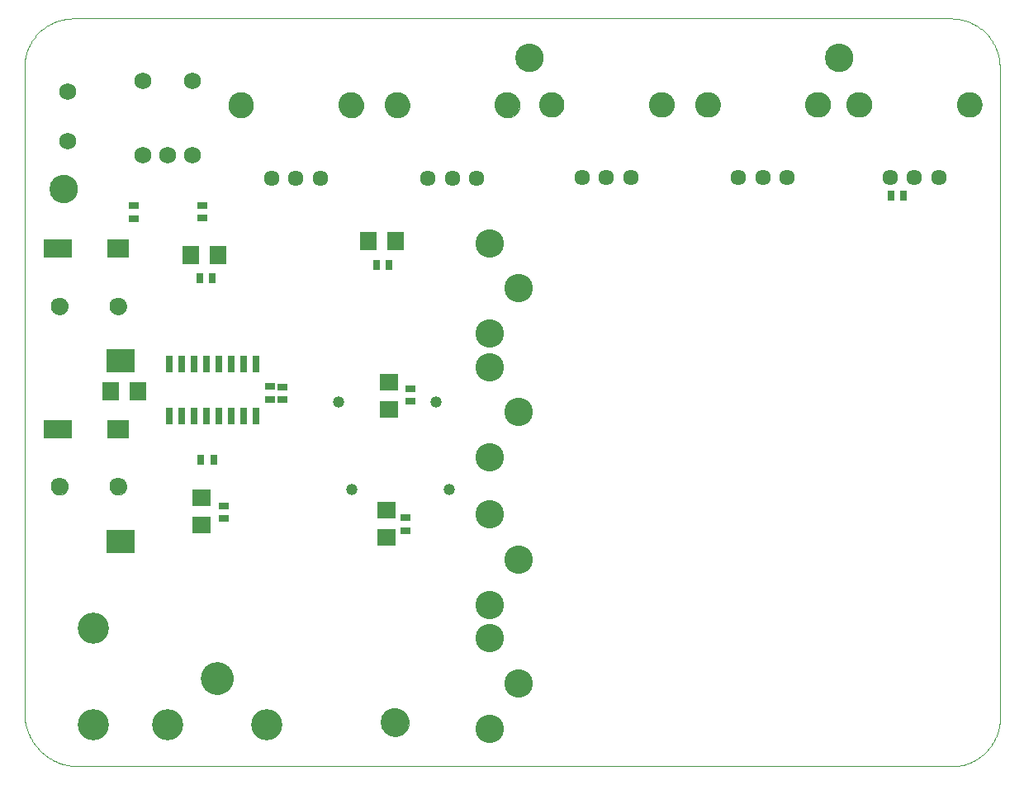
<source format=gts>
G75*
%MOIN*%
%OFA0B0*%
%FSLAX25Y25*%
%IPPOS*%
%LPD*%
%AMOC8*
5,1,8,0,0,1.08239X$1,22.5*
%
%ADD10C,0.00000*%
%ADD11C,0.11424*%
%ADD12C,0.11502*%
%ADD13R,0.07487X0.06699*%
%ADD14R,0.03943X0.03156*%
%ADD15R,0.06699X0.07487*%
%ADD16R,0.03156X0.03943*%
%ADD17C,0.04683*%
%ADD18C,0.13195*%
%ADD19C,0.12589*%
%ADD20R,0.11817X0.07290*%
%ADD21R,0.08668X0.07290*%
%ADD22R,0.11817X0.09258*%
%ADD23C,0.07014*%
%ADD24C,0.06837*%
%ADD25R,0.02762X0.06502*%
%ADD26C,0.06337*%
%ADD27C,0.10243*%
D10*
X0023454Y0031328D02*
X0023454Y0291957D01*
X0023460Y0292433D01*
X0023477Y0292908D01*
X0023506Y0293383D01*
X0023546Y0293857D01*
X0023598Y0294330D01*
X0023661Y0294801D01*
X0023735Y0295271D01*
X0023821Y0295739D01*
X0023918Y0296205D01*
X0024026Y0296668D01*
X0024145Y0297128D01*
X0024276Y0297586D01*
X0024417Y0298040D01*
X0024570Y0298491D01*
X0024733Y0298937D01*
X0024907Y0299380D01*
X0025092Y0299818D01*
X0025287Y0300252D01*
X0025493Y0300681D01*
X0025709Y0301105D01*
X0025935Y0301524D01*
X0026171Y0301937D01*
X0026417Y0302344D01*
X0026673Y0302745D01*
X0026939Y0303139D01*
X0027214Y0303528D01*
X0027498Y0303909D01*
X0027791Y0304283D01*
X0028093Y0304651D01*
X0028405Y0305011D01*
X0028724Y0305363D01*
X0029052Y0305707D01*
X0029389Y0306044D01*
X0029733Y0306372D01*
X0030085Y0306691D01*
X0030445Y0307003D01*
X0030813Y0307305D01*
X0031187Y0307598D01*
X0031568Y0307882D01*
X0031957Y0308157D01*
X0032351Y0308423D01*
X0032752Y0308679D01*
X0033159Y0308925D01*
X0033572Y0309161D01*
X0033991Y0309387D01*
X0034415Y0309603D01*
X0034844Y0309809D01*
X0035278Y0310004D01*
X0035716Y0310189D01*
X0036159Y0310363D01*
X0036605Y0310526D01*
X0037056Y0310679D01*
X0037510Y0310820D01*
X0037968Y0310951D01*
X0038428Y0311070D01*
X0038891Y0311178D01*
X0039357Y0311275D01*
X0039825Y0311361D01*
X0040295Y0311435D01*
X0040766Y0311498D01*
X0041239Y0311550D01*
X0041713Y0311590D01*
X0042188Y0311619D01*
X0042663Y0311636D01*
X0043139Y0311642D01*
X0043139Y0311643D02*
X0397469Y0311643D01*
X0397469Y0311642D02*
X0397945Y0311636D01*
X0398420Y0311619D01*
X0398895Y0311590D01*
X0399369Y0311550D01*
X0399842Y0311498D01*
X0400313Y0311435D01*
X0400783Y0311361D01*
X0401251Y0311275D01*
X0401717Y0311178D01*
X0402180Y0311070D01*
X0402640Y0310951D01*
X0403098Y0310820D01*
X0403552Y0310679D01*
X0404003Y0310526D01*
X0404449Y0310363D01*
X0404892Y0310189D01*
X0405330Y0310004D01*
X0405764Y0309809D01*
X0406193Y0309603D01*
X0406617Y0309387D01*
X0407036Y0309161D01*
X0407449Y0308925D01*
X0407856Y0308679D01*
X0408257Y0308423D01*
X0408651Y0308157D01*
X0409040Y0307882D01*
X0409421Y0307598D01*
X0409795Y0307305D01*
X0410163Y0307003D01*
X0410523Y0306691D01*
X0410875Y0306372D01*
X0411219Y0306044D01*
X0411556Y0305707D01*
X0411884Y0305363D01*
X0412203Y0305011D01*
X0412515Y0304651D01*
X0412817Y0304283D01*
X0413110Y0303909D01*
X0413394Y0303528D01*
X0413669Y0303139D01*
X0413935Y0302745D01*
X0414191Y0302344D01*
X0414437Y0301937D01*
X0414673Y0301524D01*
X0414899Y0301105D01*
X0415115Y0300681D01*
X0415321Y0300252D01*
X0415516Y0299818D01*
X0415701Y0299380D01*
X0415875Y0298937D01*
X0416038Y0298491D01*
X0416191Y0298040D01*
X0416332Y0297586D01*
X0416463Y0297128D01*
X0416582Y0296668D01*
X0416690Y0296205D01*
X0416787Y0295739D01*
X0416873Y0295271D01*
X0416947Y0294801D01*
X0417010Y0294330D01*
X0417062Y0293857D01*
X0417102Y0293383D01*
X0417131Y0292908D01*
X0417148Y0292433D01*
X0417154Y0291957D01*
X0417154Y0031328D01*
X0417154Y0031327D02*
X0417196Y0030851D01*
X0417226Y0030374D01*
X0417245Y0029896D01*
X0417252Y0029418D01*
X0417248Y0028940D01*
X0417232Y0028463D01*
X0417204Y0027985D01*
X0417165Y0027509D01*
X0417115Y0027033D01*
X0417053Y0026559D01*
X0416980Y0026087D01*
X0416895Y0025617D01*
X0416799Y0025148D01*
X0416691Y0024682D01*
X0416573Y0024219D01*
X0416443Y0023759D01*
X0416302Y0023302D01*
X0416150Y0022849D01*
X0415987Y0022399D01*
X0415814Y0021954D01*
X0415630Y0021513D01*
X0415435Y0021076D01*
X0415229Y0020645D01*
X0415014Y0020218D01*
X0414788Y0019797D01*
X0414551Y0019381D01*
X0414305Y0018971D01*
X0414049Y0018567D01*
X0413784Y0018170D01*
X0413509Y0017779D01*
X0413224Y0017395D01*
X0412930Y0017018D01*
X0412628Y0016648D01*
X0412316Y0016285D01*
X0411996Y0015930D01*
X0411667Y0015583D01*
X0411330Y0015244D01*
X0410985Y0014913D01*
X0410632Y0014591D01*
X0410271Y0014277D01*
X0409903Y0013972D01*
X0409528Y0013676D01*
X0409145Y0013389D01*
X0408756Y0013112D01*
X0408360Y0012844D01*
X0407958Y0012585D01*
X0407549Y0012337D01*
X0407135Y0012098D01*
X0406715Y0011870D01*
X0406290Y0011651D01*
X0405859Y0011443D01*
X0405424Y0011246D01*
X0404984Y0011059D01*
X0404540Y0010883D01*
X0404091Y0010717D01*
X0403639Y0010563D01*
X0403183Y0010419D01*
X0402723Y0010287D01*
X0402261Y0010165D01*
X0401796Y0010055D01*
X0401328Y0009956D01*
X0400858Y0009868D01*
X0400386Y0009792D01*
X0399913Y0009727D01*
X0399437Y0009674D01*
X0399438Y0009674D02*
X0045107Y0009674D01*
X0044584Y0009680D01*
X0044061Y0009699D01*
X0043538Y0009731D01*
X0043017Y0009775D01*
X0042497Y0009832D01*
X0041978Y0009901D01*
X0041461Y0009983D01*
X0040947Y0010077D01*
X0040434Y0010184D01*
X0039925Y0010303D01*
X0039418Y0010435D01*
X0038915Y0010578D01*
X0038416Y0010734D01*
X0037920Y0010902D01*
X0037428Y0011081D01*
X0036941Y0011273D01*
X0036459Y0011476D01*
X0035982Y0011691D01*
X0035510Y0011917D01*
X0035044Y0012154D01*
X0034584Y0012403D01*
X0034129Y0012663D01*
X0033681Y0012934D01*
X0033240Y0013215D01*
X0032806Y0013507D01*
X0032379Y0013810D01*
X0031960Y0014122D01*
X0031548Y0014445D01*
X0031144Y0014778D01*
X0030748Y0015120D01*
X0030360Y0015471D01*
X0029981Y0015832D01*
X0029611Y0016202D01*
X0029250Y0016581D01*
X0028899Y0016969D01*
X0028557Y0017365D01*
X0028224Y0017769D01*
X0027901Y0018181D01*
X0027589Y0018600D01*
X0027286Y0019027D01*
X0026994Y0019461D01*
X0026713Y0019902D01*
X0026442Y0020350D01*
X0026182Y0020805D01*
X0025933Y0021265D01*
X0025696Y0021731D01*
X0025470Y0022203D01*
X0025255Y0022680D01*
X0025052Y0023162D01*
X0024860Y0023649D01*
X0024681Y0024141D01*
X0024513Y0024637D01*
X0024357Y0025136D01*
X0024214Y0025639D01*
X0024082Y0026146D01*
X0023963Y0026655D01*
X0023856Y0027168D01*
X0023762Y0027682D01*
X0023680Y0028199D01*
X0023611Y0028718D01*
X0023554Y0029238D01*
X0023510Y0029759D01*
X0023478Y0030282D01*
X0023459Y0030805D01*
X0023453Y0031328D01*
X0094772Y0045265D02*
X0094774Y0045425D01*
X0094780Y0045584D01*
X0094790Y0045743D01*
X0094804Y0045902D01*
X0094822Y0046061D01*
X0094843Y0046219D01*
X0094869Y0046376D01*
X0094899Y0046533D01*
X0094932Y0046689D01*
X0094970Y0046844D01*
X0095011Y0046998D01*
X0095056Y0047151D01*
X0095105Y0047303D01*
X0095158Y0047453D01*
X0095214Y0047602D01*
X0095274Y0047750D01*
X0095338Y0047896D01*
X0095406Y0048041D01*
X0095477Y0048184D01*
X0095551Y0048325D01*
X0095629Y0048464D01*
X0095711Y0048601D01*
X0095796Y0048736D01*
X0095884Y0048869D01*
X0095975Y0049000D01*
X0096070Y0049128D01*
X0096168Y0049254D01*
X0096269Y0049378D01*
X0096373Y0049498D01*
X0096480Y0049617D01*
X0096590Y0049732D01*
X0096703Y0049845D01*
X0096818Y0049955D01*
X0096937Y0050062D01*
X0097057Y0050166D01*
X0097181Y0050267D01*
X0097307Y0050365D01*
X0097435Y0050460D01*
X0097566Y0050551D01*
X0097699Y0050639D01*
X0097834Y0050724D01*
X0097971Y0050806D01*
X0098110Y0050884D01*
X0098251Y0050958D01*
X0098394Y0051029D01*
X0098539Y0051097D01*
X0098685Y0051161D01*
X0098833Y0051221D01*
X0098982Y0051277D01*
X0099132Y0051330D01*
X0099284Y0051379D01*
X0099437Y0051424D01*
X0099591Y0051465D01*
X0099746Y0051503D01*
X0099902Y0051536D01*
X0100059Y0051566D01*
X0100216Y0051592D01*
X0100374Y0051613D01*
X0100533Y0051631D01*
X0100692Y0051645D01*
X0100851Y0051655D01*
X0101010Y0051661D01*
X0101170Y0051663D01*
X0101330Y0051661D01*
X0101489Y0051655D01*
X0101648Y0051645D01*
X0101807Y0051631D01*
X0101966Y0051613D01*
X0102124Y0051592D01*
X0102281Y0051566D01*
X0102438Y0051536D01*
X0102594Y0051503D01*
X0102749Y0051465D01*
X0102903Y0051424D01*
X0103056Y0051379D01*
X0103208Y0051330D01*
X0103358Y0051277D01*
X0103507Y0051221D01*
X0103655Y0051161D01*
X0103801Y0051097D01*
X0103946Y0051029D01*
X0104089Y0050958D01*
X0104230Y0050884D01*
X0104369Y0050806D01*
X0104506Y0050724D01*
X0104641Y0050639D01*
X0104774Y0050551D01*
X0104905Y0050460D01*
X0105033Y0050365D01*
X0105159Y0050267D01*
X0105283Y0050166D01*
X0105403Y0050062D01*
X0105522Y0049955D01*
X0105637Y0049845D01*
X0105750Y0049732D01*
X0105860Y0049617D01*
X0105967Y0049498D01*
X0106071Y0049378D01*
X0106172Y0049254D01*
X0106270Y0049128D01*
X0106365Y0049000D01*
X0106456Y0048869D01*
X0106544Y0048736D01*
X0106629Y0048601D01*
X0106711Y0048464D01*
X0106789Y0048325D01*
X0106863Y0048184D01*
X0106934Y0048041D01*
X0107002Y0047896D01*
X0107066Y0047750D01*
X0107126Y0047602D01*
X0107182Y0047453D01*
X0107235Y0047303D01*
X0107284Y0047151D01*
X0107329Y0046998D01*
X0107370Y0046844D01*
X0107408Y0046689D01*
X0107441Y0046533D01*
X0107471Y0046376D01*
X0107497Y0046219D01*
X0107518Y0046061D01*
X0107536Y0045902D01*
X0107550Y0045743D01*
X0107560Y0045584D01*
X0107566Y0045425D01*
X0107568Y0045265D01*
X0107566Y0045105D01*
X0107560Y0044946D01*
X0107550Y0044787D01*
X0107536Y0044628D01*
X0107518Y0044469D01*
X0107497Y0044311D01*
X0107471Y0044154D01*
X0107441Y0043997D01*
X0107408Y0043841D01*
X0107370Y0043686D01*
X0107329Y0043532D01*
X0107284Y0043379D01*
X0107235Y0043227D01*
X0107182Y0043077D01*
X0107126Y0042928D01*
X0107066Y0042780D01*
X0107002Y0042634D01*
X0106934Y0042489D01*
X0106863Y0042346D01*
X0106789Y0042205D01*
X0106711Y0042066D01*
X0106629Y0041929D01*
X0106544Y0041794D01*
X0106456Y0041661D01*
X0106365Y0041530D01*
X0106270Y0041402D01*
X0106172Y0041276D01*
X0106071Y0041152D01*
X0105967Y0041032D01*
X0105860Y0040913D01*
X0105750Y0040798D01*
X0105637Y0040685D01*
X0105522Y0040575D01*
X0105403Y0040468D01*
X0105283Y0040364D01*
X0105159Y0040263D01*
X0105033Y0040165D01*
X0104905Y0040070D01*
X0104774Y0039979D01*
X0104641Y0039891D01*
X0104506Y0039806D01*
X0104369Y0039724D01*
X0104230Y0039646D01*
X0104089Y0039572D01*
X0103946Y0039501D01*
X0103801Y0039433D01*
X0103655Y0039369D01*
X0103507Y0039309D01*
X0103358Y0039253D01*
X0103208Y0039200D01*
X0103056Y0039151D01*
X0102903Y0039106D01*
X0102749Y0039065D01*
X0102594Y0039027D01*
X0102438Y0038994D01*
X0102281Y0038964D01*
X0102124Y0038938D01*
X0101966Y0038917D01*
X0101807Y0038899D01*
X0101648Y0038885D01*
X0101489Y0038875D01*
X0101330Y0038869D01*
X0101170Y0038867D01*
X0101010Y0038869D01*
X0100851Y0038875D01*
X0100692Y0038885D01*
X0100533Y0038899D01*
X0100374Y0038917D01*
X0100216Y0038938D01*
X0100059Y0038964D01*
X0099902Y0038994D01*
X0099746Y0039027D01*
X0099591Y0039065D01*
X0099437Y0039106D01*
X0099284Y0039151D01*
X0099132Y0039200D01*
X0098982Y0039253D01*
X0098833Y0039309D01*
X0098685Y0039369D01*
X0098539Y0039433D01*
X0098394Y0039501D01*
X0098251Y0039572D01*
X0098110Y0039646D01*
X0097971Y0039724D01*
X0097834Y0039806D01*
X0097699Y0039891D01*
X0097566Y0039979D01*
X0097435Y0040070D01*
X0097307Y0040165D01*
X0097181Y0040263D01*
X0097057Y0040364D01*
X0096937Y0040468D01*
X0096818Y0040575D01*
X0096703Y0040685D01*
X0096590Y0040798D01*
X0096480Y0040913D01*
X0096373Y0041032D01*
X0096269Y0041152D01*
X0096168Y0041276D01*
X0096070Y0041402D01*
X0095975Y0041530D01*
X0095884Y0041661D01*
X0095796Y0041794D01*
X0095711Y0041929D01*
X0095629Y0042066D01*
X0095551Y0042205D01*
X0095477Y0042346D01*
X0095406Y0042489D01*
X0095338Y0042634D01*
X0095274Y0042780D01*
X0095214Y0042928D01*
X0095158Y0043077D01*
X0095105Y0043227D01*
X0095056Y0043379D01*
X0095011Y0043532D01*
X0094970Y0043686D01*
X0094932Y0043841D01*
X0094899Y0043997D01*
X0094869Y0044154D01*
X0094843Y0044311D01*
X0094822Y0044469D01*
X0094804Y0044628D01*
X0094790Y0044787D01*
X0094780Y0044946D01*
X0094774Y0045105D01*
X0094772Y0045265D01*
X0167548Y0027391D02*
X0167550Y0027539D01*
X0167556Y0027687D01*
X0167566Y0027835D01*
X0167580Y0027982D01*
X0167598Y0028129D01*
X0167619Y0028275D01*
X0167645Y0028421D01*
X0167675Y0028566D01*
X0167708Y0028710D01*
X0167746Y0028853D01*
X0167787Y0028995D01*
X0167832Y0029136D01*
X0167880Y0029276D01*
X0167933Y0029415D01*
X0167989Y0029552D01*
X0168049Y0029687D01*
X0168112Y0029821D01*
X0168179Y0029953D01*
X0168250Y0030083D01*
X0168324Y0030211D01*
X0168401Y0030337D01*
X0168482Y0030461D01*
X0168566Y0030583D01*
X0168653Y0030702D01*
X0168744Y0030819D01*
X0168838Y0030934D01*
X0168934Y0031046D01*
X0169034Y0031156D01*
X0169136Y0031262D01*
X0169242Y0031366D01*
X0169350Y0031467D01*
X0169461Y0031565D01*
X0169574Y0031661D01*
X0169690Y0031753D01*
X0169808Y0031842D01*
X0169929Y0031927D01*
X0170052Y0032010D01*
X0170177Y0032089D01*
X0170304Y0032165D01*
X0170433Y0032237D01*
X0170564Y0032306D01*
X0170697Y0032371D01*
X0170832Y0032432D01*
X0170968Y0032490D01*
X0171105Y0032545D01*
X0171244Y0032595D01*
X0171385Y0032642D01*
X0171526Y0032685D01*
X0171669Y0032725D01*
X0171813Y0032760D01*
X0171957Y0032792D01*
X0172103Y0032819D01*
X0172249Y0032843D01*
X0172396Y0032863D01*
X0172543Y0032879D01*
X0172690Y0032891D01*
X0172838Y0032899D01*
X0172986Y0032903D01*
X0173134Y0032903D01*
X0173282Y0032899D01*
X0173430Y0032891D01*
X0173577Y0032879D01*
X0173724Y0032863D01*
X0173871Y0032843D01*
X0174017Y0032819D01*
X0174163Y0032792D01*
X0174307Y0032760D01*
X0174451Y0032725D01*
X0174594Y0032685D01*
X0174735Y0032642D01*
X0174876Y0032595D01*
X0175015Y0032545D01*
X0175152Y0032490D01*
X0175288Y0032432D01*
X0175423Y0032371D01*
X0175556Y0032306D01*
X0175687Y0032237D01*
X0175816Y0032165D01*
X0175943Y0032089D01*
X0176068Y0032010D01*
X0176191Y0031927D01*
X0176312Y0031842D01*
X0176430Y0031753D01*
X0176546Y0031661D01*
X0176659Y0031565D01*
X0176770Y0031467D01*
X0176878Y0031366D01*
X0176984Y0031262D01*
X0177086Y0031156D01*
X0177186Y0031046D01*
X0177282Y0030934D01*
X0177376Y0030819D01*
X0177467Y0030702D01*
X0177554Y0030583D01*
X0177638Y0030461D01*
X0177719Y0030337D01*
X0177796Y0030211D01*
X0177870Y0030083D01*
X0177941Y0029953D01*
X0178008Y0029821D01*
X0178071Y0029687D01*
X0178131Y0029552D01*
X0178187Y0029415D01*
X0178240Y0029276D01*
X0178288Y0029136D01*
X0178333Y0028995D01*
X0178374Y0028853D01*
X0178412Y0028710D01*
X0178445Y0028566D01*
X0178475Y0028421D01*
X0178501Y0028275D01*
X0178522Y0028129D01*
X0178540Y0027982D01*
X0178554Y0027835D01*
X0178564Y0027687D01*
X0178570Y0027539D01*
X0178572Y0027391D01*
X0178570Y0027243D01*
X0178564Y0027095D01*
X0178554Y0026947D01*
X0178540Y0026800D01*
X0178522Y0026653D01*
X0178501Y0026507D01*
X0178475Y0026361D01*
X0178445Y0026216D01*
X0178412Y0026072D01*
X0178374Y0025929D01*
X0178333Y0025787D01*
X0178288Y0025646D01*
X0178240Y0025506D01*
X0178187Y0025367D01*
X0178131Y0025230D01*
X0178071Y0025095D01*
X0178008Y0024961D01*
X0177941Y0024829D01*
X0177870Y0024699D01*
X0177796Y0024571D01*
X0177719Y0024445D01*
X0177638Y0024321D01*
X0177554Y0024199D01*
X0177467Y0024080D01*
X0177376Y0023963D01*
X0177282Y0023848D01*
X0177186Y0023736D01*
X0177086Y0023626D01*
X0176984Y0023520D01*
X0176878Y0023416D01*
X0176770Y0023315D01*
X0176659Y0023217D01*
X0176546Y0023121D01*
X0176430Y0023029D01*
X0176312Y0022940D01*
X0176191Y0022855D01*
X0176068Y0022772D01*
X0175943Y0022693D01*
X0175816Y0022617D01*
X0175687Y0022545D01*
X0175556Y0022476D01*
X0175423Y0022411D01*
X0175288Y0022350D01*
X0175152Y0022292D01*
X0175015Y0022237D01*
X0174876Y0022187D01*
X0174735Y0022140D01*
X0174594Y0022097D01*
X0174451Y0022057D01*
X0174307Y0022022D01*
X0174163Y0021990D01*
X0174017Y0021963D01*
X0173871Y0021939D01*
X0173724Y0021919D01*
X0173577Y0021903D01*
X0173430Y0021891D01*
X0173282Y0021883D01*
X0173134Y0021879D01*
X0172986Y0021879D01*
X0172838Y0021883D01*
X0172690Y0021891D01*
X0172543Y0021903D01*
X0172396Y0021919D01*
X0172249Y0021939D01*
X0172103Y0021963D01*
X0171957Y0021990D01*
X0171813Y0022022D01*
X0171669Y0022057D01*
X0171526Y0022097D01*
X0171385Y0022140D01*
X0171244Y0022187D01*
X0171105Y0022237D01*
X0170968Y0022292D01*
X0170832Y0022350D01*
X0170697Y0022411D01*
X0170564Y0022476D01*
X0170433Y0022545D01*
X0170304Y0022617D01*
X0170177Y0022693D01*
X0170052Y0022772D01*
X0169929Y0022855D01*
X0169808Y0022940D01*
X0169690Y0023029D01*
X0169574Y0023121D01*
X0169461Y0023217D01*
X0169350Y0023315D01*
X0169242Y0023416D01*
X0169136Y0023520D01*
X0169034Y0023626D01*
X0168934Y0023736D01*
X0168838Y0023848D01*
X0168744Y0023963D01*
X0168653Y0024080D01*
X0168566Y0024199D01*
X0168482Y0024321D01*
X0168401Y0024445D01*
X0168324Y0024571D01*
X0168250Y0024699D01*
X0168179Y0024829D01*
X0168112Y0024961D01*
X0168049Y0025095D01*
X0167989Y0025230D01*
X0167933Y0025367D01*
X0167880Y0025506D01*
X0167832Y0025646D01*
X0167787Y0025787D01*
X0167746Y0025929D01*
X0167708Y0026072D01*
X0167675Y0026216D01*
X0167645Y0026361D01*
X0167619Y0026507D01*
X0167598Y0026653D01*
X0167580Y0026800D01*
X0167566Y0026947D01*
X0167556Y0027095D01*
X0167550Y0027243D01*
X0167548Y0027391D01*
X0057942Y0122666D02*
X0057944Y0122781D01*
X0057950Y0122895D01*
X0057960Y0123010D01*
X0057974Y0123124D01*
X0057992Y0123237D01*
X0058013Y0123350D01*
X0058039Y0123462D01*
X0058069Y0123573D01*
X0058102Y0123682D01*
X0058139Y0123791D01*
X0058180Y0123898D01*
X0058225Y0124004D01*
X0058273Y0124108D01*
X0058325Y0124211D01*
X0058380Y0124311D01*
X0058439Y0124410D01*
X0058501Y0124506D01*
X0058567Y0124601D01*
X0058636Y0124692D01*
X0058708Y0124782D01*
X0058782Y0124869D01*
X0058860Y0124953D01*
X0058941Y0125035D01*
X0059025Y0125113D01*
X0059111Y0125189D01*
X0059200Y0125262D01*
X0059291Y0125331D01*
X0059385Y0125398D01*
X0059481Y0125461D01*
X0059579Y0125520D01*
X0059679Y0125577D01*
X0059781Y0125629D01*
X0059885Y0125678D01*
X0059990Y0125724D01*
X0060097Y0125766D01*
X0060205Y0125804D01*
X0060315Y0125838D01*
X0060425Y0125869D01*
X0060537Y0125895D01*
X0060650Y0125918D01*
X0060763Y0125937D01*
X0060877Y0125952D01*
X0060991Y0125963D01*
X0061106Y0125970D01*
X0061220Y0125973D01*
X0061335Y0125972D01*
X0061450Y0125967D01*
X0061564Y0125958D01*
X0061678Y0125945D01*
X0061792Y0125928D01*
X0061905Y0125907D01*
X0062017Y0125883D01*
X0062128Y0125854D01*
X0062238Y0125822D01*
X0062347Y0125785D01*
X0062455Y0125745D01*
X0062561Y0125702D01*
X0062665Y0125654D01*
X0062768Y0125603D01*
X0062869Y0125549D01*
X0062968Y0125491D01*
X0063065Y0125430D01*
X0063160Y0125365D01*
X0063253Y0125297D01*
X0063343Y0125226D01*
X0063430Y0125152D01*
X0063515Y0125074D01*
X0063598Y0124994D01*
X0063677Y0124911D01*
X0063753Y0124826D01*
X0063827Y0124737D01*
X0063897Y0124647D01*
X0063964Y0124554D01*
X0064028Y0124458D01*
X0064089Y0124361D01*
X0064146Y0124261D01*
X0064199Y0124160D01*
X0064250Y0124056D01*
X0064296Y0123951D01*
X0064339Y0123845D01*
X0064378Y0123737D01*
X0064413Y0123628D01*
X0064445Y0123517D01*
X0064472Y0123406D01*
X0064496Y0123294D01*
X0064516Y0123180D01*
X0064532Y0123067D01*
X0064544Y0122953D01*
X0064552Y0122838D01*
X0064556Y0122723D01*
X0064556Y0122609D01*
X0064552Y0122494D01*
X0064544Y0122379D01*
X0064532Y0122265D01*
X0064516Y0122152D01*
X0064496Y0122038D01*
X0064472Y0121926D01*
X0064445Y0121815D01*
X0064413Y0121704D01*
X0064378Y0121595D01*
X0064339Y0121487D01*
X0064296Y0121381D01*
X0064250Y0121276D01*
X0064199Y0121172D01*
X0064146Y0121071D01*
X0064089Y0120971D01*
X0064028Y0120874D01*
X0063964Y0120778D01*
X0063897Y0120685D01*
X0063827Y0120595D01*
X0063753Y0120506D01*
X0063677Y0120421D01*
X0063598Y0120338D01*
X0063515Y0120258D01*
X0063430Y0120180D01*
X0063343Y0120106D01*
X0063253Y0120035D01*
X0063160Y0119967D01*
X0063065Y0119902D01*
X0062968Y0119841D01*
X0062869Y0119783D01*
X0062768Y0119729D01*
X0062665Y0119678D01*
X0062561Y0119630D01*
X0062455Y0119587D01*
X0062347Y0119547D01*
X0062238Y0119510D01*
X0062128Y0119478D01*
X0062017Y0119449D01*
X0061905Y0119425D01*
X0061792Y0119404D01*
X0061678Y0119387D01*
X0061564Y0119374D01*
X0061450Y0119365D01*
X0061335Y0119360D01*
X0061220Y0119359D01*
X0061106Y0119362D01*
X0060991Y0119369D01*
X0060877Y0119380D01*
X0060763Y0119395D01*
X0060650Y0119414D01*
X0060537Y0119437D01*
X0060425Y0119463D01*
X0060315Y0119494D01*
X0060205Y0119528D01*
X0060097Y0119566D01*
X0059990Y0119608D01*
X0059885Y0119654D01*
X0059781Y0119703D01*
X0059679Y0119755D01*
X0059579Y0119812D01*
X0059481Y0119871D01*
X0059385Y0119934D01*
X0059291Y0120001D01*
X0059200Y0120070D01*
X0059111Y0120143D01*
X0059025Y0120219D01*
X0058941Y0120297D01*
X0058860Y0120379D01*
X0058782Y0120463D01*
X0058708Y0120550D01*
X0058636Y0120640D01*
X0058567Y0120731D01*
X0058501Y0120826D01*
X0058439Y0120922D01*
X0058380Y0121021D01*
X0058325Y0121121D01*
X0058273Y0121224D01*
X0058225Y0121328D01*
X0058180Y0121434D01*
X0058139Y0121541D01*
X0058102Y0121650D01*
X0058069Y0121759D01*
X0058039Y0121870D01*
X0058013Y0121982D01*
X0057992Y0122095D01*
X0057974Y0122208D01*
X0057960Y0122322D01*
X0057950Y0122437D01*
X0057944Y0122551D01*
X0057942Y0122666D01*
X0034320Y0122666D02*
X0034322Y0122781D01*
X0034328Y0122895D01*
X0034338Y0123010D01*
X0034352Y0123124D01*
X0034370Y0123237D01*
X0034391Y0123350D01*
X0034417Y0123462D01*
X0034447Y0123573D01*
X0034480Y0123682D01*
X0034517Y0123791D01*
X0034558Y0123898D01*
X0034603Y0124004D01*
X0034651Y0124108D01*
X0034703Y0124211D01*
X0034758Y0124311D01*
X0034817Y0124410D01*
X0034879Y0124506D01*
X0034945Y0124601D01*
X0035014Y0124692D01*
X0035086Y0124782D01*
X0035160Y0124869D01*
X0035238Y0124953D01*
X0035319Y0125035D01*
X0035403Y0125113D01*
X0035489Y0125189D01*
X0035578Y0125262D01*
X0035669Y0125331D01*
X0035763Y0125398D01*
X0035859Y0125461D01*
X0035957Y0125520D01*
X0036057Y0125577D01*
X0036159Y0125629D01*
X0036263Y0125678D01*
X0036368Y0125724D01*
X0036475Y0125766D01*
X0036583Y0125804D01*
X0036693Y0125838D01*
X0036803Y0125869D01*
X0036915Y0125895D01*
X0037028Y0125918D01*
X0037141Y0125937D01*
X0037255Y0125952D01*
X0037369Y0125963D01*
X0037484Y0125970D01*
X0037598Y0125973D01*
X0037713Y0125972D01*
X0037828Y0125967D01*
X0037942Y0125958D01*
X0038056Y0125945D01*
X0038170Y0125928D01*
X0038283Y0125907D01*
X0038395Y0125883D01*
X0038506Y0125854D01*
X0038616Y0125822D01*
X0038725Y0125785D01*
X0038833Y0125745D01*
X0038939Y0125702D01*
X0039043Y0125654D01*
X0039146Y0125603D01*
X0039247Y0125549D01*
X0039346Y0125491D01*
X0039443Y0125430D01*
X0039538Y0125365D01*
X0039631Y0125297D01*
X0039721Y0125226D01*
X0039808Y0125152D01*
X0039893Y0125074D01*
X0039976Y0124994D01*
X0040055Y0124911D01*
X0040131Y0124826D01*
X0040205Y0124737D01*
X0040275Y0124647D01*
X0040342Y0124554D01*
X0040406Y0124458D01*
X0040467Y0124361D01*
X0040524Y0124261D01*
X0040577Y0124160D01*
X0040628Y0124056D01*
X0040674Y0123951D01*
X0040717Y0123845D01*
X0040756Y0123737D01*
X0040791Y0123628D01*
X0040823Y0123517D01*
X0040850Y0123406D01*
X0040874Y0123294D01*
X0040894Y0123180D01*
X0040910Y0123067D01*
X0040922Y0122953D01*
X0040930Y0122838D01*
X0040934Y0122723D01*
X0040934Y0122609D01*
X0040930Y0122494D01*
X0040922Y0122379D01*
X0040910Y0122265D01*
X0040894Y0122152D01*
X0040874Y0122038D01*
X0040850Y0121926D01*
X0040823Y0121815D01*
X0040791Y0121704D01*
X0040756Y0121595D01*
X0040717Y0121487D01*
X0040674Y0121381D01*
X0040628Y0121276D01*
X0040577Y0121172D01*
X0040524Y0121071D01*
X0040467Y0120971D01*
X0040406Y0120874D01*
X0040342Y0120778D01*
X0040275Y0120685D01*
X0040205Y0120595D01*
X0040131Y0120506D01*
X0040055Y0120421D01*
X0039976Y0120338D01*
X0039893Y0120258D01*
X0039808Y0120180D01*
X0039721Y0120106D01*
X0039631Y0120035D01*
X0039538Y0119967D01*
X0039443Y0119902D01*
X0039346Y0119841D01*
X0039247Y0119783D01*
X0039146Y0119729D01*
X0039043Y0119678D01*
X0038939Y0119630D01*
X0038833Y0119587D01*
X0038725Y0119547D01*
X0038616Y0119510D01*
X0038506Y0119478D01*
X0038395Y0119449D01*
X0038283Y0119425D01*
X0038170Y0119404D01*
X0038056Y0119387D01*
X0037942Y0119374D01*
X0037828Y0119365D01*
X0037713Y0119360D01*
X0037598Y0119359D01*
X0037484Y0119362D01*
X0037369Y0119369D01*
X0037255Y0119380D01*
X0037141Y0119395D01*
X0037028Y0119414D01*
X0036915Y0119437D01*
X0036803Y0119463D01*
X0036693Y0119494D01*
X0036583Y0119528D01*
X0036475Y0119566D01*
X0036368Y0119608D01*
X0036263Y0119654D01*
X0036159Y0119703D01*
X0036057Y0119755D01*
X0035957Y0119812D01*
X0035859Y0119871D01*
X0035763Y0119934D01*
X0035669Y0120001D01*
X0035578Y0120070D01*
X0035489Y0120143D01*
X0035403Y0120219D01*
X0035319Y0120297D01*
X0035238Y0120379D01*
X0035160Y0120463D01*
X0035086Y0120550D01*
X0035014Y0120640D01*
X0034945Y0120731D01*
X0034879Y0120826D01*
X0034817Y0120922D01*
X0034758Y0121021D01*
X0034703Y0121121D01*
X0034651Y0121224D01*
X0034603Y0121328D01*
X0034558Y0121434D01*
X0034517Y0121541D01*
X0034480Y0121650D01*
X0034447Y0121759D01*
X0034417Y0121870D01*
X0034391Y0121982D01*
X0034370Y0122095D01*
X0034352Y0122208D01*
X0034338Y0122322D01*
X0034328Y0122437D01*
X0034322Y0122551D01*
X0034320Y0122666D01*
X0034280Y0195501D02*
X0034282Y0195616D01*
X0034288Y0195730D01*
X0034298Y0195845D01*
X0034312Y0195959D01*
X0034330Y0196072D01*
X0034351Y0196185D01*
X0034377Y0196297D01*
X0034407Y0196408D01*
X0034440Y0196517D01*
X0034477Y0196626D01*
X0034518Y0196733D01*
X0034563Y0196839D01*
X0034611Y0196943D01*
X0034663Y0197046D01*
X0034718Y0197146D01*
X0034777Y0197245D01*
X0034839Y0197341D01*
X0034905Y0197436D01*
X0034974Y0197527D01*
X0035046Y0197617D01*
X0035120Y0197704D01*
X0035198Y0197788D01*
X0035279Y0197870D01*
X0035363Y0197948D01*
X0035449Y0198024D01*
X0035538Y0198097D01*
X0035629Y0198166D01*
X0035723Y0198233D01*
X0035819Y0198296D01*
X0035917Y0198355D01*
X0036017Y0198412D01*
X0036119Y0198464D01*
X0036223Y0198513D01*
X0036328Y0198559D01*
X0036435Y0198601D01*
X0036543Y0198639D01*
X0036653Y0198673D01*
X0036763Y0198704D01*
X0036875Y0198730D01*
X0036988Y0198753D01*
X0037101Y0198772D01*
X0037215Y0198787D01*
X0037329Y0198798D01*
X0037444Y0198805D01*
X0037558Y0198808D01*
X0037673Y0198807D01*
X0037788Y0198802D01*
X0037902Y0198793D01*
X0038016Y0198780D01*
X0038130Y0198763D01*
X0038243Y0198742D01*
X0038355Y0198718D01*
X0038466Y0198689D01*
X0038576Y0198657D01*
X0038685Y0198620D01*
X0038793Y0198580D01*
X0038899Y0198537D01*
X0039003Y0198489D01*
X0039106Y0198438D01*
X0039207Y0198384D01*
X0039306Y0198326D01*
X0039403Y0198265D01*
X0039498Y0198200D01*
X0039591Y0198132D01*
X0039681Y0198061D01*
X0039768Y0197987D01*
X0039853Y0197909D01*
X0039936Y0197829D01*
X0040015Y0197746D01*
X0040091Y0197661D01*
X0040165Y0197572D01*
X0040235Y0197482D01*
X0040302Y0197389D01*
X0040366Y0197293D01*
X0040427Y0197196D01*
X0040484Y0197096D01*
X0040537Y0196995D01*
X0040588Y0196891D01*
X0040634Y0196786D01*
X0040677Y0196680D01*
X0040716Y0196572D01*
X0040751Y0196463D01*
X0040783Y0196352D01*
X0040810Y0196241D01*
X0040834Y0196129D01*
X0040854Y0196015D01*
X0040870Y0195902D01*
X0040882Y0195788D01*
X0040890Y0195673D01*
X0040894Y0195558D01*
X0040894Y0195444D01*
X0040890Y0195329D01*
X0040882Y0195214D01*
X0040870Y0195100D01*
X0040854Y0194987D01*
X0040834Y0194873D01*
X0040810Y0194761D01*
X0040783Y0194650D01*
X0040751Y0194539D01*
X0040716Y0194430D01*
X0040677Y0194322D01*
X0040634Y0194216D01*
X0040588Y0194111D01*
X0040537Y0194007D01*
X0040484Y0193906D01*
X0040427Y0193806D01*
X0040366Y0193709D01*
X0040302Y0193613D01*
X0040235Y0193520D01*
X0040165Y0193430D01*
X0040091Y0193341D01*
X0040015Y0193256D01*
X0039936Y0193173D01*
X0039853Y0193093D01*
X0039768Y0193015D01*
X0039681Y0192941D01*
X0039591Y0192870D01*
X0039498Y0192802D01*
X0039403Y0192737D01*
X0039306Y0192676D01*
X0039207Y0192618D01*
X0039106Y0192564D01*
X0039003Y0192513D01*
X0038899Y0192465D01*
X0038793Y0192422D01*
X0038685Y0192382D01*
X0038576Y0192345D01*
X0038466Y0192313D01*
X0038355Y0192284D01*
X0038243Y0192260D01*
X0038130Y0192239D01*
X0038016Y0192222D01*
X0037902Y0192209D01*
X0037788Y0192200D01*
X0037673Y0192195D01*
X0037558Y0192194D01*
X0037444Y0192197D01*
X0037329Y0192204D01*
X0037215Y0192215D01*
X0037101Y0192230D01*
X0036988Y0192249D01*
X0036875Y0192272D01*
X0036763Y0192298D01*
X0036653Y0192329D01*
X0036543Y0192363D01*
X0036435Y0192401D01*
X0036328Y0192443D01*
X0036223Y0192489D01*
X0036119Y0192538D01*
X0036017Y0192590D01*
X0035917Y0192647D01*
X0035819Y0192706D01*
X0035723Y0192769D01*
X0035629Y0192836D01*
X0035538Y0192905D01*
X0035449Y0192978D01*
X0035363Y0193054D01*
X0035279Y0193132D01*
X0035198Y0193214D01*
X0035120Y0193298D01*
X0035046Y0193385D01*
X0034974Y0193475D01*
X0034905Y0193566D01*
X0034839Y0193661D01*
X0034777Y0193757D01*
X0034718Y0193856D01*
X0034663Y0193956D01*
X0034611Y0194059D01*
X0034563Y0194163D01*
X0034518Y0194269D01*
X0034477Y0194376D01*
X0034440Y0194485D01*
X0034407Y0194594D01*
X0034377Y0194705D01*
X0034351Y0194817D01*
X0034330Y0194930D01*
X0034312Y0195043D01*
X0034298Y0195157D01*
X0034288Y0195272D01*
X0034282Y0195386D01*
X0034280Y0195501D01*
X0057902Y0195501D02*
X0057904Y0195616D01*
X0057910Y0195730D01*
X0057920Y0195845D01*
X0057934Y0195959D01*
X0057952Y0196072D01*
X0057973Y0196185D01*
X0057999Y0196297D01*
X0058029Y0196408D01*
X0058062Y0196517D01*
X0058099Y0196626D01*
X0058140Y0196733D01*
X0058185Y0196839D01*
X0058233Y0196943D01*
X0058285Y0197046D01*
X0058340Y0197146D01*
X0058399Y0197245D01*
X0058461Y0197341D01*
X0058527Y0197436D01*
X0058596Y0197527D01*
X0058668Y0197617D01*
X0058742Y0197704D01*
X0058820Y0197788D01*
X0058901Y0197870D01*
X0058985Y0197948D01*
X0059071Y0198024D01*
X0059160Y0198097D01*
X0059251Y0198166D01*
X0059345Y0198233D01*
X0059441Y0198296D01*
X0059539Y0198355D01*
X0059639Y0198412D01*
X0059741Y0198464D01*
X0059845Y0198513D01*
X0059950Y0198559D01*
X0060057Y0198601D01*
X0060165Y0198639D01*
X0060275Y0198673D01*
X0060385Y0198704D01*
X0060497Y0198730D01*
X0060610Y0198753D01*
X0060723Y0198772D01*
X0060837Y0198787D01*
X0060951Y0198798D01*
X0061066Y0198805D01*
X0061180Y0198808D01*
X0061295Y0198807D01*
X0061410Y0198802D01*
X0061524Y0198793D01*
X0061638Y0198780D01*
X0061752Y0198763D01*
X0061865Y0198742D01*
X0061977Y0198718D01*
X0062088Y0198689D01*
X0062198Y0198657D01*
X0062307Y0198620D01*
X0062415Y0198580D01*
X0062521Y0198537D01*
X0062625Y0198489D01*
X0062728Y0198438D01*
X0062829Y0198384D01*
X0062928Y0198326D01*
X0063025Y0198265D01*
X0063120Y0198200D01*
X0063213Y0198132D01*
X0063303Y0198061D01*
X0063390Y0197987D01*
X0063475Y0197909D01*
X0063558Y0197829D01*
X0063637Y0197746D01*
X0063713Y0197661D01*
X0063787Y0197572D01*
X0063857Y0197482D01*
X0063924Y0197389D01*
X0063988Y0197293D01*
X0064049Y0197196D01*
X0064106Y0197096D01*
X0064159Y0196995D01*
X0064210Y0196891D01*
X0064256Y0196786D01*
X0064299Y0196680D01*
X0064338Y0196572D01*
X0064373Y0196463D01*
X0064405Y0196352D01*
X0064432Y0196241D01*
X0064456Y0196129D01*
X0064476Y0196015D01*
X0064492Y0195902D01*
X0064504Y0195788D01*
X0064512Y0195673D01*
X0064516Y0195558D01*
X0064516Y0195444D01*
X0064512Y0195329D01*
X0064504Y0195214D01*
X0064492Y0195100D01*
X0064476Y0194987D01*
X0064456Y0194873D01*
X0064432Y0194761D01*
X0064405Y0194650D01*
X0064373Y0194539D01*
X0064338Y0194430D01*
X0064299Y0194322D01*
X0064256Y0194216D01*
X0064210Y0194111D01*
X0064159Y0194007D01*
X0064106Y0193906D01*
X0064049Y0193806D01*
X0063988Y0193709D01*
X0063924Y0193613D01*
X0063857Y0193520D01*
X0063787Y0193430D01*
X0063713Y0193341D01*
X0063637Y0193256D01*
X0063558Y0193173D01*
X0063475Y0193093D01*
X0063390Y0193015D01*
X0063303Y0192941D01*
X0063213Y0192870D01*
X0063120Y0192802D01*
X0063025Y0192737D01*
X0062928Y0192676D01*
X0062829Y0192618D01*
X0062728Y0192564D01*
X0062625Y0192513D01*
X0062521Y0192465D01*
X0062415Y0192422D01*
X0062307Y0192382D01*
X0062198Y0192345D01*
X0062088Y0192313D01*
X0061977Y0192284D01*
X0061865Y0192260D01*
X0061752Y0192239D01*
X0061638Y0192222D01*
X0061524Y0192209D01*
X0061410Y0192200D01*
X0061295Y0192195D01*
X0061180Y0192194D01*
X0061066Y0192197D01*
X0060951Y0192204D01*
X0060837Y0192215D01*
X0060723Y0192230D01*
X0060610Y0192249D01*
X0060497Y0192272D01*
X0060385Y0192298D01*
X0060275Y0192329D01*
X0060165Y0192363D01*
X0060057Y0192401D01*
X0059950Y0192443D01*
X0059845Y0192489D01*
X0059741Y0192538D01*
X0059639Y0192590D01*
X0059539Y0192647D01*
X0059441Y0192706D01*
X0059345Y0192769D01*
X0059251Y0192836D01*
X0059160Y0192905D01*
X0059071Y0192978D01*
X0058985Y0193054D01*
X0058901Y0193132D01*
X0058820Y0193214D01*
X0058742Y0193298D01*
X0058668Y0193385D01*
X0058596Y0193475D01*
X0058527Y0193566D01*
X0058461Y0193661D01*
X0058399Y0193757D01*
X0058340Y0193856D01*
X0058285Y0193956D01*
X0058233Y0194059D01*
X0058185Y0194163D01*
X0058140Y0194269D01*
X0058099Y0194376D01*
X0058062Y0194485D01*
X0058029Y0194594D01*
X0057999Y0194705D01*
X0057973Y0194817D01*
X0057952Y0194930D01*
X0057934Y0195043D01*
X0057920Y0195157D01*
X0057910Y0195272D01*
X0057904Y0195386D01*
X0057902Y0195501D01*
X0033690Y0242942D02*
X0033692Y0243090D01*
X0033698Y0243238D01*
X0033708Y0243386D01*
X0033722Y0243533D01*
X0033740Y0243680D01*
X0033761Y0243826D01*
X0033787Y0243972D01*
X0033817Y0244117D01*
X0033850Y0244261D01*
X0033888Y0244404D01*
X0033929Y0244546D01*
X0033974Y0244687D01*
X0034022Y0244827D01*
X0034075Y0244966D01*
X0034131Y0245103D01*
X0034191Y0245238D01*
X0034254Y0245372D01*
X0034321Y0245504D01*
X0034392Y0245634D01*
X0034466Y0245762D01*
X0034543Y0245888D01*
X0034624Y0246012D01*
X0034708Y0246134D01*
X0034795Y0246253D01*
X0034886Y0246370D01*
X0034980Y0246485D01*
X0035076Y0246597D01*
X0035176Y0246707D01*
X0035278Y0246813D01*
X0035384Y0246917D01*
X0035492Y0247018D01*
X0035603Y0247116D01*
X0035716Y0247212D01*
X0035832Y0247304D01*
X0035950Y0247393D01*
X0036071Y0247478D01*
X0036194Y0247561D01*
X0036319Y0247640D01*
X0036446Y0247716D01*
X0036575Y0247788D01*
X0036706Y0247857D01*
X0036839Y0247922D01*
X0036974Y0247983D01*
X0037110Y0248041D01*
X0037247Y0248096D01*
X0037386Y0248146D01*
X0037527Y0248193D01*
X0037668Y0248236D01*
X0037811Y0248276D01*
X0037955Y0248311D01*
X0038099Y0248343D01*
X0038245Y0248370D01*
X0038391Y0248394D01*
X0038538Y0248414D01*
X0038685Y0248430D01*
X0038832Y0248442D01*
X0038980Y0248450D01*
X0039128Y0248454D01*
X0039276Y0248454D01*
X0039424Y0248450D01*
X0039572Y0248442D01*
X0039719Y0248430D01*
X0039866Y0248414D01*
X0040013Y0248394D01*
X0040159Y0248370D01*
X0040305Y0248343D01*
X0040449Y0248311D01*
X0040593Y0248276D01*
X0040736Y0248236D01*
X0040877Y0248193D01*
X0041018Y0248146D01*
X0041157Y0248096D01*
X0041294Y0248041D01*
X0041430Y0247983D01*
X0041565Y0247922D01*
X0041698Y0247857D01*
X0041829Y0247788D01*
X0041958Y0247716D01*
X0042085Y0247640D01*
X0042210Y0247561D01*
X0042333Y0247478D01*
X0042454Y0247393D01*
X0042572Y0247304D01*
X0042688Y0247212D01*
X0042801Y0247116D01*
X0042912Y0247018D01*
X0043020Y0246917D01*
X0043126Y0246813D01*
X0043228Y0246707D01*
X0043328Y0246597D01*
X0043424Y0246485D01*
X0043518Y0246370D01*
X0043609Y0246253D01*
X0043696Y0246134D01*
X0043780Y0246012D01*
X0043861Y0245888D01*
X0043938Y0245762D01*
X0044012Y0245634D01*
X0044083Y0245504D01*
X0044150Y0245372D01*
X0044213Y0245238D01*
X0044273Y0245103D01*
X0044329Y0244966D01*
X0044382Y0244827D01*
X0044430Y0244687D01*
X0044475Y0244546D01*
X0044516Y0244404D01*
X0044554Y0244261D01*
X0044587Y0244117D01*
X0044617Y0243972D01*
X0044643Y0243826D01*
X0044664Y0243680D01*
X0044682Y0243533D01*
X0044696Y0243386D01*
X0044706Y0243238D01*
X0044712Y0243090D01*
X0044714Y0242942D01*
X0044712Y0242794D01*
X0044706Y0242646D01*
X0044696Y0242498D01*
X0044682Y0242351D01*
X0044664Y0242204D01*
X0044643Y0242058D01*
X0044617Y0241912D01*
X0044587Y0241767D01*
X0044554Y0241623D01*
X0044516Y0241480D01*
X0044475Y0241338D01*
X0044430Y0241197D01*
X0044382Y0241057D01*
X0044329Y0240918D01*
X0044273Y0240781D01*
X0044213Y0240646D01*
X0044150Y0240512D01*
X0044083Y0240380D01*
X0044012Y0240250D01*
X0043938Y0240122D01*
X0043861Y0239996D01*
X0043780Y0239872D01*
X0043696Y0239750D01*
X0043609Y0239631D01*
X0043518Y0239514D01*
X0043424Y0239399D01*
X0043328Y0239287D01*
X0043228Y0239177D01*
X0043126Y0239071D01*
X0043020Y0238967D01*
X0042912Y0238866D01*
X0042801Y0238768D01*
X0042688Y0238672D01*
X0042572Y0238580D01*
X0042454Y0238491D01*
X0042333Y0238406D01*
X0042210Y0238323D01*
X0042085Y0238244D01*
X0041958Y0238168D01*
X0041829Y0238096D01*
X0041698Y0238027D01*
X0041565Y0237962D01*
X0041430Y0237901D01*
X0041294Y0237843D01*
X0041157Y0237788D01*
X0041018Y0237738D01*
X0040877Y0237691D01*
X0040736Y0237648D01*
X0040593Y0237608D01*
X0040449Y0237573D01*
X0040305Y0237541D01*
X0040159Y0237514D01*
X0040013Y0237490D01*
X0039866Y0237470D01*
X0039719Y0237454D01*
X0039572Y0237442D01*
X0039424Y0237434D01*
X0039276Y0237430D01*
X0039128Y0237430D01*
X0038980Y0237434D01*
X0038832Y0237442D01*
X0038685Y0237454D01*
X0038538Y0237470D01*
X0038391Y0237490D01*
X0038245Y0237514D01*
X0038099Y0237541D01*
X0037955Y0237573D01*
X0037811Y0237608D01*
X0037668Y0237648D01*
X0037527Y0237691D01*
X0037386Y0237738D01*
X0037247Y0237788D01*
X0037110Y0237843D01*
X0036974Y0237901D01*
X0036839Y0237962D01*
X0036706Y0238027D01*
X0036575Y0238096D01*
X0036446Y0238168D01*
X0036319Y0238244D01*
X0036194Y0238323D01*
X0036071Y0238406D01*
X0035950Y0238491D01*
X0035832Y0238580D01*
X0035716Y0238672D01*
X0035603Y0238768D01*
X0035492Y0238866D01*
X0035384Y0238967D01*
X0035278Y0239071D01*
X0035176Y0239177D01*
X0035076Y0239287D01*
X0034980Y0239399D01*
X0034886Y0239514D01*
X0034795Y0239631D01*
X0034708Y0239750D01*
X0034624Y0239872D01*
X0034543Y0239996D01*
X0034466Y0240122D01*
X0034392Y0240250D01*
X0034321Y0240380D01*
X0034254Y0240512D01*
X0034191Y0240646D01*
X0034131Y0240781D01*
X0034075Y0240918D01*
X0034022Y0241057D01*
X0033974Y0241197D01*
X0033929Y0241338D01*
X0033888Y0241480D01*
X0033850Y0241623D01*
X0033817Y0241767D01*
X0033787Y0241912D01*
X0033761Y0242058D01*
X0033740Y0242204D01*
X0033722Y0242351D01*
X0033708Y0242498D01*
X0033698Y0242646D01*
X0033692Y0242794D01*
X0033690Y0242942D01*
X0105895Y0276643D02*
X0105897Y0276783D01*
X0105903Y0276923D01*
X0105913Y0277062D01*
X0105927Y0277201D01*
X0105945Y0277340D01*
X0105966Y0277478D01*
X0105992Y0277616D01*
X0106022Y0277753D01*
X0106055Y0277888D01*
X0106093Y0278023D01*
X0106134Y0278157D01*
X0106179Y0278290D01*
X0106227Y0278421D01*
X0106280Y0278550D01*
X0106336Y0278679D01*
X0106395Y0278805D01*
X0106459Y0278930D01*
X0106525Y0279053D01*
X0106596Y0279174D01*
X0106669Y0279293D01*
X0106746Y0279410D01*
X0106827Y0279524D01*
X0106910Y0279636D01*
X0106997Y0279746D01*
X0107087Y0279854D01*
X0107179Y0279958D01*
X0107275Y0280060D01*
X0107374Y0280160D01*
X0107475Y0280256D01*
X0107579Y0280350D01*
X0107686Y0280440D01*
X0107795Y0280527D01*
X0107907Y0280612D01*
X0108021Y0280693D01*
X0108137Y0280771D01*
X0108255Y0280845D01*
X0108376Y0280916D01*
X0108498Y0280984D01*
X0108623Y0281048D01*
X0108749Y0281109D01*
X0108876Y0281166D01*
X0109006Y0281219D01*
X0109137Y0281269D01*
X0109269Y0281314D01*
X0109402Y0281357D01*
X0109537Y0281395D01*
X0109672Y0281429D01*
X0109809Y0281460D01*
X0109946Y0281487D01*
X0110084Y0281509D01*
X0110223Y0281528D01*
X0110362Y0281543D01*
X0110501Y0281554D01*
X0110641Y0281561D01*
X0110781Y0281564D01*
X0110921Y0281563D01*
X0111061Y0281558D01*
X0111200Y0281549D01*
X0111340Y0281536D01*
X0111479Y0281519D01*
X0111617Y0281498D01*
X0111755Y0281474D01*
X0111892Y0281445D01*
X0112028Y0281413D01*
X0112163Y0281376D01*
X0112297Y0281336D01*
X0112430Y0281292D01*
X0112561Y0281244D01*
X0112691Y0281193D01*
X0112820Y0281138D01*
X0112947Y0281079D01*
X0113072Y0281016D01*
X0113195Y0280951D01*
X0113317Y0280881D01*
X0113436Y0280808D01*
X0113554Y0280732D01*
X0113669Y0280653D01*
X0113782Y0280570D01*
X0113892Y0280484D01*
X0114000Y0280395D01*
X0114105Y0280303D01*
X0114208Y0280208D01*
X0114308Y0280110D01*
X0114405Y0280010D01*
X0114499Y0279906D01*
X0114591Y0279800D01*
X0114679Y0279692D01*
X0114764Y0279581D01*
X0114846Y0279467D01*
X0114925Y0279351D01*
X0115000Y0279234D01*
X0115072Y0279114D01*
X0115140Y0278992D01*
X0115205Y0278868D01*
X0115267Y0278742D01*
X0115325Y0278615D01*
X0115379Y0278486D01*
X0115430Y0278355D01*
X0115476Y0278223D01*
X0115519Y0278090D01*
X0115559Y0277956D01*
X0115594Y0277821D01*
X0115626Y0277684D01*
X0115653Y0277547D01*
X0115677Y0277409D01*
X0115697Y0277271D01*
X0115713Y0277132D01*
X0115725Y0276992D01*
X0115733Y0276853D01*
X0115737Y0276713D01*
X0115737Y0276573D01*
X0115733Y0276433D01*
X0115725Y0276294D01*
X0115713Y0276154D01*
X0115697Y0276015D01*
X0115677Y0275877D01*
X0115653Y0275739D01*
X0115626Y0275602D01*
X0115594Y0275465D01*
X0115559Y0275330D01*
X0115519Y0275196D01*
X0115476Y0275063D01*
X0115430Y0274931D01*
X0115379Y0274800D01*
X0115325Y0274671D01*
X0115267Y0274544D01*
X0115205Y0274418D01*
X0115140Y0274294D01*
X0115072Y0274172D01*
X0115000Y0274052D01*
X0114925Y0273935D01*
X0114846Y0273819D01*
X0114764Y0273705D01*
X0114679Y0273594D01*
X0114591Y0273486D01*
X0114499Y0273380D01*
X0114405Y0273276D01*
X0114308Y0273176D01*
X0114208Y0273078D01*
X0114105Y0272983D01*
X0114000Y0272891D01*
X0113892Y0272802D01*
X0113782Y0272716D01*
X0113669Y0272633D01*
X0113554Y0272554D01*
X0113436Y0272478D01*
X0113317Y0272405D01*
X0113195Y0272335D01*
X0113072Y0272270D01*
X0112947Y0272207D01*
X0112820Y0272148D01*
X0112691Y0272093D01*
X0112561Y0272042D01*
X0112430Y0271994D01*
X0112297Y0271950D01*
X0112163Y0271910D01*
X0112028Y0271873D01*
X0111892Y0271841D01*
X0111755Y0271812D01*
X0111617Y0271788D01*
X0111479Y0271767D01*
X0111340Y0271750D01*
X0111200Y0271737D01*
X0111061Y0271728D01*
X0110921Y0271723D01*
X0110781Y0271722D01*
X0110641Y0271725D01*
X0110501Y0271732D01*
X0110362Y0271743D01*
X0110223Y0271758D01*
X0110084Y0271777D01*
X0109946Y0271799D01*
X0109809Y0271826D01*
X0109672Y0271857D01*
X0109537Y0271891D01*
X0109402Y0271929D01*
X0109269Y0271972D01*
X0109137Y0272017D01*
X0109006Y0272067D01*
X0108876Y0272120D01*
X0108749Y0272177D01*
X0108623Y0272238D01*
X0108498Y0272302D01*
X0108376Y0272370D01*
X0108255Y0272441D01*
X0108137Y0272515D01*
X0108021Y0272593D01*
X0107907Y0272674D01*
X0107795Y0272759D01*
X0107686Y0272846D01*
X0107579Y0272936D01*
X0107475Y0273030D01*
X0107374Y0273126D01*
X0107275Y0273226D01*
X0107179Y0273328D01*
X0107087Y0273432D01*
X0106997Y0273540D01*
X0106910Y0273650D01*
X0106827Y0273762D01*
X0106746Y0273876D01*
X0106669Y0273993D01*
X0106596Y0274112D01*
X0106525Y0274233D01*
X0106459Y0274356D01*
X0106395Y0274481D01*
X0106336Y0274607D01*
X0106280Y0274736D01*
X0106227Y0274865D01*
X0106179Y0274996D01*
X0106134Y0275129D01*
X0106093Y0275263D01*
X0106055Y0275398D01*
X0106022Y0275533D01*
X0105992Y0275670D01*
X0105966Y0275808D01*
X0105945Y0275946D01*
X0105927Y0276085D01*
X0105913Y0276224D01*
X0105903Y0276363D01*
X0105897Y0276503D01*
X0105895Y0276643D01*
X0150383Y0276643D02*
X0150385Y0276783D01*
X0150391Y0276923D01*
X0150401Y0277062D01*
X0150415Y0277201D01*
X0150433Y0277340D01*
X0150454Y0277478D01*
X0150480Y0277616D01*
X0150510Y0277753D01*
X0150543Y0277888D01*
X0150581Y0278023D01*
X0150622Y0278157D01*
X0150667Y0278290D01*
X0150715Y0278421D01*
X0150768Y0278550D01*
X0150824Y0278679D01*
X0150883Y0278805D01*
X0150947Y0278930D01*
X0151013Y0279053D01*
X0151084Y0279174D01*
X0151157Y0279293D01*
X0151234Y0279410D01*
X0151315Y0279524D01*
X0151398Y0279636D01*
X0151485Y0279746D01*
X0151575Y0279854D01*
X0151667Y0279958D01*
X0151763Y0280060D01*
X0151862Y0280160D01*
X0151963Y0280256D01*
X0152067Y0280350D01*
X0152174Y0280440D01*
X0152283Y0280527D01*
X0152395Y0280612D01*
X0152509Y0280693D01*
X0152625Y0280771D01*
X0152743Y0280845D01*
X0152864Y0280916D01*
X0152986Y0280984D01*
X0153111Y0281048D01*
X0153237Y0281109D01*
X0153364Y0281166D01*
X0153494Y0281219D01*
X0153625Y0281269D01*
X0153757Y0281314D01*
X0153890Y0281357D01*
X0154025Y0281395D01*
X0154160Y0281429D01*
X0154297Y0281460D01*
X0154434Y0281487D01*
X0154572Y0281509D01*
X0154711Y0281528D01*
X0154850Y0281543D01*
X0154989Y0281554D01*
X0155129Y0281561D01*
X0155269Y0281564D01*
X0155409Y0281563D01*
X0155549Y0281558D01*
X0155688Y0281549D01*
X0155828Y0281536D01*
X0155967Y0281519D01*
X0156105Y0281498D01*
X0156243Y0281474D01*
X0156380Y0281445D01*
X0156516Y0281413D01*
X0156651Y0281376D01*
X0156785Y0281336D01*
X0156918Y0281292D01*
X0157049Y0281244D01*
X0157179Y0281193D01*
X0157308Y0281138D01*
X0157435Y0281079D01*
X0157560Y0281016D01*
X0157683Y0280951D01*
X0157805Y0280881D01*
X0157924Y0280808D01*
X0158042Y0280732D01*
X0158157Y0280653D01*
X0158270Y0280570D01*
X0158380Y0280484D01*
X0158488Y0280395D01*
X0158593Y0280303D01*
X0158696Y0280208D01*
X0158796Y0280110D01*
X0158893Y0280010D01*
X0158987Y0279906D01*
X0159079Y0279800D01*
X0159167Y0279692D01*
X0159252Y0279581D01*
X0159334Y0279467D01*
X0159413Y0279351D01*
X0159488Y0279234D01*
X0159560Y0279114D01*
X0159628Y0278992D01*
X0159693Y0278868D01*
X0159755Y0278742D01*
X0159813Y0278615D01*
X0159867Y0278486D01*
X0159918Y0278355D01*
X0159964Y0278223D01*
X0160007Y0278090D01*
X0160047Y0277956D01*
X0160082Y0277821D01*
X0160114Y0277684D01*
X0160141Y0277547D01*
X0160165Y0277409D01*
X0160185Y0277271D01*
X0160201Y0277132D01*
X0160213Y0276992D01*
X0160221Y0276853D01*
X0160225Y0276713D01*
X0160225Y0276573D01*
X0160221Y0276433D01*
X0160213Y0276294D01*
X0160201Y0276154D01*
X0160185Y0276015D01*
X0160165Y0275877D01*
X0160141Y0275739D01*
X0160114Y0275602D01*
X0160082Y0275465D01*
X0160047Y0275330D01*
X0160007Y0275196D01*
X0159964Y0275063D01*
X0159918Y0274931D01*
X0159867Y0274800D01*
X0159813Y0274671D01*
X0159755Y0274544D01*
X0159693Y0274418D01*
X0159628Y0274294D01*
X0159560Y0274172D01*
X0159488Y0274052D01*
X0159413Y0273935D01*
X0159334Y0273819D01*
X0159252Y0273705D01*
X0159167Y0273594D01*
X0159079Y0273486D01*
X0158987Y0273380D01*
X0158893Y0273276D01*
X0158796Y0273176D01*
X0158696Y0273078D01*
X0158593Y0272983D01*
X0158488Y0272891D01*
X0158380Y0272802D01*
X0158270Y0272716D01*
X0158157Y0272633D01*
X0158042Y0272554D01*
X0157924Y0272478D01*
X0157805Y0272405D01*
X0157683Y0272335D01*
X0157560Y0272270D01*
X0157435Y0272207D01*
X0157308Y0272148D01*
X0157179Y0272093D01*
X0157049Y0272042D01*
X0156918Y0271994D01*
X0156785Y0271950D01*
X0156651Y0271910D01*
X0156516Y0271873D01*
X0156380Y0271841D01*
X0156243Y0271812D01*
X0156105Y0271788D01*
X0155967Y0271767D01*
X0155828Y0271750D01*
X0155688Y0271737D01*
X0155549Y0271728D01*
X0155409Y0271723D01*
X0155269Y0271722D01*
X0155129Y0271725D01*
X0154989Y0271732D01*
X0154850Y0271743D01*
X0154711Y0271758D01*
X0154572Y0271777D01*
X0154434Y0271799D01*
X0154297Y0271826D01*
X0154160Y0271857D01*
X0154025Y0271891D01*
X0153890Y0271929D01*
X0153757Y0271972D01*
X0153625Y0272017D01*
X0153494Y0272067D01*
X0153364Y0272120D01*
X0153237Y0272177D01*
X0153111Y0272238D01*
X0152986Y0272302D01*
X0152864Y0272370D01*
X0152743Y0272441D01*
X0152625Y0272515D01*
X0152509Y0272593D01*
X0152395Y0272674D01*
X0152283Y0272759D01*
X0152174Y0272846D01*
X0152067Y0272936D01*
X0151963Y0273030D01*
X0151862Y0273126D01*
X0151763Y0273226D01*
X0151667Y0273328D01*
X0151575Y0273432D01*
X0151485Y0273540D01*
X0151398Y0273650D01*
X0151315Y0273762D01*
X0151234Y0273876D01*
X0151157Y0273993D01*
X0151084Y0274112D01*
X0151013Y0274233D01*
X0150947Y0274356D01*
X0150883Y0274481D01*
X0150824Y0274607D01*
X0150768Y0274736D01*
X0150715Y0274865D01*
X0150667Y0274996D01*
X0150622Y0275129D01*
X0150581Y0275263D01*
X0150543Y0275398D01*
X0150510Y0275533D01*
X0150480Y0275670D01*
X0150454Y0275808D01*
X0150433Y0275946D01*
X0150415Y0276085D01*
X0150401Y0276224D01*
X0150391Y0276363D01*
X0150385Y0276503D01*
X0150383Y0276643D01*
X0169005Y0276643D02*
X0169007Y0276783D01*
X0169013Y0276923D01*
X0169023Y0277062D01*
X0169037Y0277201D01*
X0169055Y0277340D01*
X0169076Y0277478D01*
X0169102Y0277616D01*
X0169132Y0277753D01*
X0169165Y0277888D01*
X0169203Y0278023D01*
X0169244Y0278157D01*
X0169289Y0278290D01*
X0169337Y0278421D01*
X0169390Y0278550D01*
X0169446Y0278679D01*
X0169505Y0278805D01*
X0169569Y0278930D01*
X0169635Y0279053D01*
X0169706Y0279174D01*
X0169779Y0279293D01*
X0169856Y0279410D01*
X0169937Y0279524D01*
X0170020Y0279636D01*
X0170107Y0279746D01*
X0170197Y0279854D01*
X0170289Y0279958D01*
X0170385Y0280060D01*
X0170484Y0280160D01*
X0170585Y0280256D01*
X0170689Y0280350D01*
X0170796Y0280440D01*
X0170905Y0280527D01*
X0171017Y0280612D01*
X0171131Y0280693D01*
X0171247Y0280771D01*
X0171365Y0280845D01*
X0171486Y0280916D01*
X0171608Y0280984D01*
X0171733Y0281048D01*
X0171859Y0281109D01*
X0171986Y0281166D01*
X0172116Y0281219D01*
X0172247Y0281269D01*
X0172379Y0281314D01*
X0172512Y0281357D01*
X0172647Y0281395D01*
X0172782Y0281429D01*
X0172919Y0281460D01*
X0173056Y0281487D01*
X0173194Y0281509D01*
X0173333Y0281528D01*
X0173472Y0281543D01*
X0173611Y0281554D01*
X0173751Y0281561D01*
X0173891Y0281564D01*
X0174031Y0281563D01*
X0174171Y0281558D01*
X0174310Y0281549D01*
X0174450Y0281536D01*
X0174589Y0281519D01*
X0174727Y0281498D01*
X0174865Y0281474D01*
X0175002Y0281445D01*
X0175138Y0281413D01*
X0175273Y0281376D01*
X0175407Y0281336D01*
X0175540Y0281292D01*
X0175671Y0281244D01*
X0175801Y0281193D01*
X0175930Y0281138D01*
X0176057Y0281079D01*
X0176182Y0281016D01*
X0176305Y0280951D01*
X0176427Y0280881D01*
X0176546Y0280808D01*
X0176664Y0280732D01*
X0176779Y0280653D01*
X0176892Y0280570D01*
X0177002Y0280484D01*
X0177110Y0280395D01*
X0177215Y0280303D01*
X0177318Y0280208D01*
X0177418Y0280110D01*
X0177515Y0280010D01*
X0177609Y0279906D01*
X0177701Y0279800D01*
X0177789Y0279692D01*
X0177874Y0279581D01*
X0177956Y0279467D01*
X0178035Y0279351D01*
X0178110Y0279234D01*
X0178182Y0279114D01*
X0178250Y0278992D01*
X0178315Y0278868D01*
X0178377Y0278742D01*
X0178435Y0278615D01*
X0178489Y0278486D01*
X0178540Y0278355D01*
X0178586Y0278223D01*
X0178629Y0278090D01*
X0178669Y0277956D01*
X0178704Y0277821D01*
X0178736Y0277684D01*
X0178763Y0277547D01*
X0178787Y0277409D01*
X0178807Y0277271D01*
X0178823Y0277132D01*
X0178835Y0276992D01*
X0178843Y0276853D01*
X0178847Y0276713D01*
X0178847Y0276573D01*
X0178843Y0276433D01*
X0178835Y0276294D01*
X0178823Y0276154D01*
X0178807Y0276015D01*
X0178787Y0275877D01*
X0178763Y0275739D01*
X0178736Y0275602D01*
X0178704Y0275465D01*
X0178669Y0275330D01*
X0178629Y0275196D01*
X0178586Y0275063D01*
X0178540Y0274931D01*
X0178489Y0274800D01*
X0178435Y0274671D01*
X0178377Y0274544D01*
X0178315Y0274418D01*
X0178250Y0274294D01*
X0178182Y0274172D01*
X0178110Y0274052D01*
X0178035Y0273935D01*
X0177956Y0273819D01*
X0177874Y0273705D01*
X0177789Y0273594D01*
X0177701Y0273486D01*
X0177609Y0273380D01*
X0177515Y0273276D01*
X0177418Y0273176D01*
X0177318Y0273078D01*
X0177215Y0272983D01*
X0177110Y0272891D01*
X0177002Y0272802D01*
X0176892Y0272716D01*
X0176779Y0272633D01*
X0176664Y0272554D01*
X0176546Y0272478D01*
X0176427Y0272405D01*
X0176305Y0272335D01*
X0176182Y0272270D01*
X0176057Y0272207D01*
X0175930Y0272148D01*
X0175801Y0272093D01*
X0175671Y0272042D01*
X0175540Y0271994D01*
X0175407Y0271950D01*
X0175273Y0271910D01*
X0175138Y0271873D01*
X0175002Y0271841D01*
X0174865Y0271812D01*
X0174727Y0271788D01*
X0174589Y0271767D01*
X0174450Y0271750D01*
X0174310Y0271737D01*
X0174171Y0271728D01*
X0174031Y0271723D01*
X0173891Y0271722D01*
X0173751Y0271725D01*
X0173611Y0271732D01*
X0173472Y0271743D01*
X0173333Y0271758D01*
X0173194Y0271777D01*
X0173056Y0271799D01*
X0172919Y0271826D01*
X0172782Y0271857D01*
X0172647Y0271891D01*
X0172512Y0271929D01*
X0172379Y0271972D01*
X0172247Y0272017D01*
X0172116Y0272067D01*
X0171986Y0272120D01*
X0171859Y0272177D01*
X0171733Y0272238D01*
X0171608Y0272302D01*
X0171486Y0272370D01*
X0171365Y0272441D01*
X0171247Y0272515D01*
X0171131Y0272593D01*
X0171017Y0272674D01*
X0170905Y0272759D01*
X0170796Y0272846D01*
X0170689Y0272936D01*
X0170585Y0273030D01*
X0170484Y0273126D01*
X0170385Y0273226D01*
X0170289Y0273328D01*
X0170197Y0273432D01*
X0170107Y0273540D01*
X0170020Y0273650D01*
X0169937Y0273762D01*
X0169856Y0273876D01*
X0169779Y0273993D01*
X0169706Y0274112D01*
X0169635Y0274233D01*
X0169569Y0274356D01*
X0169505Y0274481D01*
X0169446Y0274607D01*
X0169390Y0274736D01*
X0169337Y0274865D01*
X0169289Y0274996D01*
X0169244Y0275129D01*
X0169203Y0275263D01*
X0169165Y0275398D01*
X0169132Y0275533D01*
X0169102Y0275670D01*
X0169076Y0275808D01*
X0169055Y0275946D01*
X0169037Y0276085D01*
X0169023Y0276224D01*
X0169013Y0276363D01*
X0169007Y0276503D01*
X0169005Y0276643D01*
X0213493Y0276643D02*
X0213495Y0276783D01*
X0213501Y0276923D01*
X0213511Y0277062D01*
X0213525Y0277201D01*
X0213543Y0277340D01*
X0213564Y0277478D01*
X0213590Y0277616D01*
X0213620Y0277753D01*
X0213653Y0277888D01*
X0213691Y0278023D01*
X0213732Y0278157D01*
X0213777Y0278290D01*
X0213825Y0278421D01*
X0213878Y0278550D01*
X0213934Y0278679D01*
X0213993Y0278805D01*
X0214057Y0278930D01*
X0214123Y0279053D01*
X0214194Y0279174D01*
X0214267Y0279293D01*
X0214344Y0279410D01*
X0214425Y0279524D01*
X0214508Y0279636D01*
X0214595Y0279746D01*
X0214685Y0279854D01*
X0214777Y0279958D01*
X0214873Y0280060D01*
X0214972Y0280160D01*
X0215073Y0280256D01*
X0215177Y0280350D01*
X0215284Y0280440D01*
X0215393Y0280527D01*
X0215505Y0280612D01*
X0215619Y0280693D01*
X0215735Y0280771D01*
X0215853Y0280845D01*
X0215974Y0280916D01*
X0216096Y0280984D01*
X0216221Y0281048D01*
X0216347Y0281109D01*
X0216474Y0281166D01*
X0216604Y0281219D01*
X0216735Y0281269D01*
X0216867Y0281314D01*
X0217000Y0281357D01*
X0217135Y0281395D01*
X0217270Y0281429D01*
X0217407Y0281460D01*
X0217544Y0281487D01*
X0217682Y0281509D01*
X0217821Y0281528D01*
X0217960Y0281543D01*
X0218099Y0281554D01*
X0218239Y0281561D01*
X0218379Y0281564D01*
X0218519Y0281563D01*
X0218659Y0281558D01*
X0218798Y0281549D01*
X0218938Y0281536D01*
X0219077Y0281519D01*
X0219215Y0281498D01*
X0219353Y0281474D01*
X0219490Y0281445D01*
X0219626Y0281413D01*
X0219761Y0281376D01*
X0219895Y0281336D01*
X0220028Y0281292D01*
X0220159Y0281244D01*
X0220289Y0281193D01*
X0220418Y0281138D01*
X0220545Y0281079D01*
X0220670Y0281016D01*
X0220793Y0280951D01*
X0220915Y0280881D01*
X0221034Y0280808D01*
X0221152Y0280732D01*
X0221267Y0280653D01*
X0221380Y0280570D01*
X0221490Y0280484D01*
X0221598Y0280395D01*
X0221703Y0280303D01*
X0221806Y0280208D01*
X0221906Y0280110D01*
X0222003Y0280010D01*
X0222097Y0279906D01*
X0222189Y0279800D01*
X0222277Y0279692D01*
X0222362Y0279581D01*
X0222444Y0279467D01*
X0222523Y0279351D01*
X0222598Y0279234D01*
X0222670Y0279114D01*
X0222738Y0278992D01*
X0222803Y0278868D01*
X0222865Y0278742D01*
X0222923Y0278615D01*
X0222977Y0278486D01*
X0223028Y0278355D01*
X0223074Y0278223D01*
X0223117Y0278090D01*
X0223157Y0277956D01*
X0223192Y0277821D01*
X0223224Y0277684D01*
X0223251Y0277547D01*
X0223275Y0277409D01*
X0223295Y0277271D01*
X0223311Y0277132D01*
X0223323Y0276992D01*
X0223331Y0276853D01*
X0223335Y0276713D01*
X0223335Y0276573D01*
X0223331Y0276433D01*
X0223323Y0276294D01*
X0223311Y0276154D01*
X0223295Y0276015D01*
X0223275Y0275877D01*
X0223251Y0275739D01*
X0223224Y0275602D01*
X0223192Y0275465D01*
X0223157Y0275330D01*
X0223117Y0275196D01*
X0223074Y0275063D01*
X0223028Y0274931D01*
X0222977Y0274800D01*
X0222923Y0274671D01*
X0222865Y0274544D01*
X0222803Y0274418D01*
X0222738Y0274294D01*
X0222670Y0274172D01*
X0222598Y0274052D01*
X0222523Y0273935D01*
X0222444Y0273819D01*
X0222362Y0273705D01*
X0222277Y0273594D01*
X0222189Y0273486D01*
X0222097Y0273380D01*
X0222003Y0273276D01*
X0221906Y0273176D01*
X0221806Y0273078D01*
X0221703Y0272983D01*
X0221598Y0272891D01*
X0221490Y0272802D01*
X0221380Y0272716D01*
X0221267Y0272633D01*
X0221152Y0272554D01*
X0221034Y0272478D01*
X0220915Y0272405D01*
X0220793Y0272335D01*
X0220670Y0272270D01*
X0220545Y0272207D01*
X0220418Y0272148D01*
X0220289Y0272093D01*
X0220159Y0272042D01*
X0220028Y0271994D01*
X0219895Y0271950D01*
X0219761Y0271910D01*
X0219626Y0271873D01*
X0219490Y0271841D01*
X0219353Y0271812D01*
X0219215Y0271788D01*
X0219077Y0271767D01*
X0218938Y0271750D01*
X0218798Y0271737D01*
X0218659Y0271728D01*
X0218519Y0271723D01*
X0218379Y0271722D01*
X0218239Y0271725D01*
X0218099Y0271732D01*
X0217960Y0271743D01*
X0217821Y0271758D01*
X0217682Y0271777D01*
X0217544Y0271799D01*
X0217407Y0271826D01*
X0217270Y0271857D01*
X0217135Y0271891D01*
X0217000Y0271929D01*
X0216867Y0271972D01*
X0216735Y0272017D01*
X0216604Y0272067D01*
X0216474Y0272120D01*
X0216347Y0272177D01*
X0216221Y0272238D01*
X0216096Y0272302D01*
X0215974Y0272370D01*
X0215853Y0272441D01*
X0215735Y0272515D01*
X0215619Y0272593D01*
X0215505Y0272674D01*
X0215393Y0272759D01*
X0215284Y0272846D01*
X0215177Y0272936D01*
X0215073Y0273030D01*
X0214972Y0273126D01*
X0214873Y0273226D01*
X0214777Y0273328D01*
X0214685Y0273432D01*
X0214595Y0273540D01*
X0214508Y0273650D01*
X0214425Y0273762D01*
X0214344Y0273876D01*
X0214267Y0273993D01*
X0214194Y0274112D01*
X0214123Y0274233D01*
X0214057Y0274356D01*
X0213993Y0274481D01*
X0213934Y0274607D01*
X0213878Y0274736D01*
X0213825Y0274865D01*
X0213777Y0274996D01*
X0213732Y0275129D01*
X0213691Y0275263D01*
X0213653Y0275398D01*
X0213620Y0275533D01*
X0213590Y0275670D01*
X0213564Y0275808D01*
X0213543Y0275946D01*
X0213525Y0276085D01*
X0213511Y0276224D01*
X0213501Y0276363D01*
X0213495Y0276503D01*
X0213493Y0276643D01*
X0231249Y0276918D02*
X0231251Y0277058D01*
X0231257Y0277198D01*
X0231267Y0277337D01*
X0231281Y0277476D01*
X0231299Y0277615D01*
X0231320Y0277753D01*
X0231346Y0277891D01*
X0231376Y0278028D01*
X0231409Y0278163D01*
X0231447Y0278298D01*
X0231488Y0278432D01*
X0231533Y0278565D01*
X0231581Y0278696D01*
X0231634Y0278825D01*
X0231690Y0278954D01*
X0231749Y0279080D01*
X0231813Y0279205D01*
X0231879Y0279328D01*
X0231950Y0279449D01*
X0232023Y0279568D01*
X0232100Y0279685D01*
X0232181Y0279799D01*
X0232264Y0279911D01*
X0232351Y0280021D01*
X0232441Y0280129D01*
X0232533Y0280233D01*
X0232629Y0280335D01*
X0232728Y0280435D01*
X0232829Y0280531D01*
X0232933Y0280625D01*
X0233040Y0280715D01*
X0233149Y0280802D01*
X0233261Y0280887D01*
X0233375Y0280968D01*
X0233491Y0281046D01*
X0233609Y0281120D01*
X0233730Y0281191D01*
X0233852Y0281259D01*
X0233977Y0281323D01*
X0234103Y0281384D01*
X0234230Y0281441D01*
X0234360Y0281494D01*
X0234491Y0281544D01*
X0234623Y0281589D01*
X0234756Y0281632D01*
X0234891Y0281670D01*
X0235026Y0281704D01*
X0235163Y0281735D01*
X0235300Y0281762D01*
X0235438Y0281784D01*
X0235577Y0281803D01*
X0235716Y0281818D01*
X0235855Y0281829D01*
X0235995Y0281836D01*
X0236135Y0281839D01*
X0236275Y0281838D01*
X0236415Y0281833D01*
X0236554Y0281824D01*
X0236694Y0281811D01*
X0236833Y0281794D01*
X0236971Y0281773D01*
X0237109Y0281749D01*
X0237246Y0281720D01*
X0237382Y0281688D01*
X0237517Y0281651D01*
X0237651Y0281611D01*
X0237784Y0281567D01*
X0237915Y0281519D01*
X0238045Y0281468D01*
X0238174Y0281413D01*
X0238301Y0281354D01*
X0238426Y0281291D01*
X0238549Y0281226D01*
X0238671Y0281156D01*
X0238790Y0281083D01*
X0238908Y0281007D01*
X0239023Y0280928D01*
X0239136Y0280845D01*
X0239246Y0280759D01*
X0239354Y0280670D01*
X0239459Y0280578D01*
X0239562Y0280483D01*
X0239662Y0280385D01*
X0239759Y0280285D01*
X0239853Y0280181D01*
X0239945Y0280075D01*
X0240033Y0279967D01*
X0240118Y0279856D01*
X0240200Y0279742D01*
X0240279Y0279626D01*
X0240354Y0279509D01*
X0240426Y0279389D01*
X0240494Y0279267D01*
X0240559Y0279143D01*
X0240621Y0279017D01*
X0240679Y0278890D01*
X0240733Y0278761D01*
X0240784Y0278630D01*
X0240830Y0278498D01*
X0240873Y0278365D01*
X0240913Y0278231D01*
X0240948Y0278096D01*
X0240980Y0277959D01*
X0241007Y0277822D01*
X0241031Y0277684D01*
X0241051Y0277546D01*
X0241067Y0277407D01*
X0241079Y0277267D01*
X0241087Y0277128D01*
X0241091Y0276988D01*
X0241091Y0276848D01*
X0241087Y0276708D01*
X0241079Y0276569D01*
X0241067Y0276429D01*
X0241051Y0276290D01*
X0241031Y0276152D01*
X0241007Y0276014D01*
X0240980Y0275877D01*
X0240948Y0275740D01*
X0240913Y0275605D01*
X0240873Y0275471D01*
X0240830Y0275338D01*
X0240784Y0275206D01*
X0240733Y0275075D01*
X0240679Y0274946D01*
X0240621Y0274819D01*
X0240559Y0274693D01*
X0240494Y0274569D01*
X0240426Y0274447D01*
X0240354Y0274327D01*
X0240279Y0274210D01*
X0240200Y0274094D01*
X0240118Y0273980D01*
X0240033Y0273869D01*
X0239945Y0273761D01*
X0239853Y0273655D01*
X0239759Y0273551D01*
X0239662Y0273451D01*
X0239562Y0273353D01*
X0239459Y0273258D01*
X0239354Y0273166D01*
X0239246Y0273077D01*
X0239136Y0272991D01*
X0239023Y0272908D01*
X0238908Y0272829D01*
X0238790Y0272753D01*
X0238671Y0272680D01*
X0238549Y0272610D01*
X0238426Y0272545D01*
X0238301Y0272482D01*
X0238174Y0272423D01*
X0238045Y0272368D01*
X0237915Y0272317D01*
X0237784Y0272269D01*
X0237651Y0272225D01*
X0237517Y0272185D01*
X0237382Y0272148D01*
X0237246Y0272116D01*
X0237109Y0272087D01*
X0236971Y0272063D01*
X0236833Y0272042D01*
X0236694Y0272025D01*
X0236554Y0272012D01*
X0236415Y0272003D01*
X0236275Y0271998D01*
X0236135Y0271997D01*
X0235995Y0272000D01*
X0235855Y0272007D01*
X0235716Y0272018D01*
X0235577Y0272033D01*
X0235438Y0272052D01*
X0235300Y0272074D01*
X0235163Y0272101D01*
X0235026Y0272132D01*
X0234891Y0272166D01*
X0234756Y0272204D01*
X0234623Y0272247D01*
X0234491Y0272292D01*
X0234360Y0272342D01*
X0234230Y0272395D01*
X0234103Y0272452D01*
X0233977Y0272513D01*
X0233852Y0272577D01*
X0233730Y0272645D01*
X0233609Y0272716D01*
X0233491Y0272790D01*
X0233375Y0272868D01*
X0233261Y0272949D01*
X0233149Y0273034D01*
X0233040Y0273121D01*
X0232933Y0273211D01*
X0232829Y0273305D01*
X0232728Y0273401D01*
X0232629Y0273501D01*
X0232533Y0273603D01*
X0232441Y0273707D01*
X0232351Y0273815D01*
X0232264Y0273925D01*
X0232181Y0274037D01*
X0232100Y0274151D01*
X0232023Y0274268D01*
X0231950Y0274387D01*
X0231879Y0274508D01*
X0231813Y0274631D01*
X0231749Y0274756D01*
X0231690Y0274882D01*
X0231634Y0275011D01*
X0231581Y0275140D01*
X0231533Y0275271D01*
X0231488Y0275404D01*
X0231447Y0275538D01*
X0231409Y0275673D01*
X0231376Y0275808D01*
X0231346Y0275945D01*
X0231320Y0276083D01*
X0231299Y0276221D01*
X0231281Y0276360D01*
X0231267Y0276499D01*
X0231257Y0276638D01*
X0231251Y0276778D01*
X0231249Y0276918D01*
X0221682Y0295894D02*
X0221684Y0296042D01*
X0221690Y0296190D01*
X0221700Y0296338D01*
X0221714Y0296485D01*
X0221732Y0296632D01*
X0221753Y0296778D01*
X0221779Y0296924D01*
X0221809Y0297069D01*
X0221842Y0297213D01*
X0221880Y0297356D01*
X0221921Y0297498D01*
X0221966Y0297639D01*
X0222014Y0297779D01*
X0222067Y0297918D01*
X0222123Y0298055D01*
X0222183Y0298190D01*
X0222246Y0298324D01*
X0222313Y0298456D01*
X0222384Y0298586D01*
X0222458Y0298714D01*
X0222535Y0298840D01*
X0222616Y0298964D01*
X0222700Y0299086D01*
X0222787Y0299205D01*
X0222878Y0299322D01*
X0222972Y0299437D01*
X0223068Y0299549D01*
X0223168Y0299659D01*
X0223270Y0299765D01*
X0223376Y0299869D01*
X0223484Y0299970D01*
X0223595Y0300068D01*
X0223708Y0300164D01*
X0223824Y0300256D01*
X0223942Y0300345D01*
X0224063Y0300430D01*
X0224186Y0300513D01*
X0224311Y0300592D01*
X0224438Y0300668D01*
X0224567Y0300740D01*
X0224698Y0300809D01*
X0224831Y0300874D01*
X0224966Y0300935D01*
X0225102Y0300993D01*
X0225239Y0301048D01*
X0225378Y0301098D01*
X0225519Y0301145D01*
X0225660Y0301188D01*
X0225803Y0301228D01*
X0225947Y0301263D01*
X0226091Y0301295D01*
X0226237Y0301322D01*
X0226383Y0301346D01*
X0226530Y0301366D01*
X0226677Y0301382D01*
X0226824Y0301394D01*
X0226972Y0301402D01*
X0227120Y0301406D01*
X0227268Y0301406D01*
X0227416Y0301402D01*
X0227564Y0301394D01*
X0227711Y0301382D01*
X0227858Y0301366D01*
X0228005Y0301346D01*
X0228151Y0301322D01*
X0228297Y0301295D01*
X0228441Y0301263D01*
X0228585Y0301228D01*
X0228728Y0301188D01*
X0228869Y0301145D01*
X0229010Y0301098D01*
X0229149Y0301048D01*
X0229286Y0300993D01*
X0229422Y0300935D01*
X0229557Y0300874D01*
X0229690Y0300809D01*
X0229821Y0300740D01*
X0229950Y0300668D01*
X0230077Y0300592D01*
X0230202Y0300513D01*
X0230325Y0300430D01*
X0230446Y0300345D01*
X0230564Y0300256D01*
X0230680Y0300164D01*
X0230793Y0300068D01*
X0230904Y0299970D01*
X0231012Y0299869D01*
X0231118Y0299765D01*
X0231220Y0299659D01*
X0231320Y0299549D01*
X0231416Y0299437D01*
X0231510Y0299322D01*
X0231601Y0299205D01*
X0231688Y0299086D01*
X0231772Y0298964D01*
X0231853Y0298840D01*
X0231930Y0298714D01*
X0232004Y0298586D01*
X0232075Y0298456D01*
X0232142Y0298324D01*
X0232205Y0298190D01*
X0232265Y0298055D01*
X0232321Y0297918D01*
X0232374Y0297779D01*
X0232422Y0297639D01*
X0232467Y0297498D01*
X0232508Y0297356D01*
X0232546Y0297213D01*
X0232579Y0297069D01*
X0232609Y0296924D01*
X0232635Y0296778D01*
X0232656Y0296632D01*
X0232674Y0296485D01*
X0232688Y0296338D01*
X0232698Y0296190D01*
X0232704Y0296042D01*
X0232706Y0295894D01*
X0232704Y0295746D01*
X0232698Y0295598D01*
X0232688Y0295450D01*
X0232674Y0295303D01*
X0232656Y0295156D01*
X0232635Y0295010D01*
X0232609Y0294864D01*
X0232579Y0294719D01*
X0232546Y0294575D01*
X0232508Y0294432D01*
X0232467Y0294290D01*
X0232422Y0294149D01*
X0232374Y0294009D01*
X0232321Y0293870D01*
X0232265Y0293733D01*
X0232205Y0293598D01*
X0232142Y0293464D01*
X0232075Y0293332D01*
X0232004Y0293202D01*
X0231930Y0293074D01*
X0231853Y0292948D01*
X0231772Y0292824D01*
X0231688Y0292702D01*
X0231601Y0292583D01*
X0231510Y0292466D01*
X0231416Y0292351D01*
X0231320Y0292239D01*
X0231220Y0292129D01*
X0231118Y0292023D01*
X0231012Y0291919D01*
X0230904Y0291818D01*
X0230793Y0291720D01*
X0230680Y0291624D01*
X0230564Y0291532D01*
X0230446Y0291443D01*
X0230325Y0291358D01*
X0230202Y0291275D01*
X0230077Y0291196D01*
X0229950Y0291120D01*
X0229821Y0291048D01*
X0229690Y0290979D01*
X0229557Y0290914D01*
X0229422Y0290853D01*
X0229286Y0290795D01*
X0229149Y0290740D01*
X0229010Y0290690D01*
X0228869Y0290643D01*
X0228728Y0290600D01*
X0228585Y0290560D01*
X0228441Y0290525D01*
X0228297Y0290493D01*
X0228151Y0290466D01*
X0228005Y0290442D01*
X0227858Y0290422D01*
X0227711Y0290406D01*
X0227564Y0290394D01*
X0227416Y0290386D01*
X0227268Y0290382D01*
X0227120Y0290382D01*
X0226972Y0290386D01*
X0226824Y0290394D01*
X0226677Y0290406D01*
X0226530Y0290422D01*
X0226383Y0290442D01*
X0226237Y0290466D01*
X0226091Y0290493D01*
X0225947Y0290525D01*
X0225803Y0290560D01*
X0225660Y0290600D01*
X0225519Y0290643D01*
X0225378Y0290690D01*
X0225239Y0290740D01*
X0225102Y0290795D01*
X0224966Y0290853D01*
X0224831Y0290914D01*
X0224698Y0290979D01*
X0224567Y0291048D01*
X0224438Y0291120D01*
X0224311Y0291196D01*
X0224186Y0291275D01*
X0224063Y0291358D01*
X0223942Y0291443D01*
X0223824Y0291532D01*
X0223708Y0291624D01*
X0223595Y0291720D01*
X0223484Y0291818D01*
X0223376Y0291919D01*
X0223270Y0292023D01*
X0223168Y0292129D01*
X0223068Y0292239D01*
X0222972Y0292351D01*
X0222878Y0292466D01*
X0222787Y0292583D01*
X0222700Y0292702D01*
X0222616Y0292824D01*
X0222535Y0292948D01*
X0222458Y0293074D01*
X0222384Y0293202D01*
X0222313Y0293332D01*
X0222246Y0293464D01*
X0222183Y0293598D01*
X0222123Y0293733D01*
X0222067Y0293870D01*
X0222014Y0294009D01*
X0221966Y0294149D01*
X0221921Y0294290D01*
X0221880Y0294432D01*
X0221842Y0294575D01*
X0221809Y0294719D01*
X0221779Y0294864D01*
X0221753Y0295010D01*
X0221732Y0295156D01*
X0221714Y0295303D01*
X0221700Y0295450D01*
X0221690Y0295598D01*
X0221684Y0295746D01*
X0221682Y0295894D01*
X0275737Y0276918D02*
X0275739Y0277058D01*
X0275745Y0277198D01*
X0275755Y0277337D01*
X0275769Y0277476D01*
X0275787Y0277615D01*
X0275808Y0277753D01*
X0275834Y0277891D01*
X0275864Y0278028D01*
X0275897Y0278163D01*
X0275935Y0278298D01*
X0275976Y0278432D01*
X0276021Y0278565D01*
X0276069Y0278696D01*
X0276122Y0278825D01*
X0276178Y0278954D01*
X0276237Y0279080D01*
X0276301Y0279205D01*
X0276367Y0279328D01*
X0276438Y0279449D01*
X0276511Y0279568D01*
X0276588Y0279685D01*
X0276669Y0279799D01*
X0276752Y0279911D01*
X0276839Y0280021D01*
X0276929Y0280129D01*
X0277021Y0280233D01*
X0277117Y0280335D01*
X0277216Y0280435D01*
X0277317Y0280531D01*
X0277421Y0280625D01*
X0277528Y0280715D01*
X0277637Y0280802D01*
X0277749Y0280887D01*
X0277863Y0280968D01*
X0277979Y0281046D01*
X0278097Y0281120D01*
X0278218Y0281191D01*
X0278340Y0281259D01*
X0278465Y0281323D01*
X0278591Y0281384D01*
X0278718Y0281441D01*
X0278848Y0281494D01*
X0278979Y0281544D01*
X0279111Y0281589D01*
X0279244Y0281632D01*
X0279379Y0281670D01*
X0279514Y0281704D01*
X0279651Y0281735D01*
X0279788Y0281762D01*
X0279926Y0281784D01*
X0280065Y0281803D01*
X0280204Y0281818D01*
X0280343Y0281829D01*
X0280483Y0281836D01*
X0280623Y0281839D01*
X0280763Y0281838D01*
X0280903Y0281833D01*
X0281042Y0281824D01*
X0281182Y0281811D01*
X0281321Y0281794D01*
X0281459Y0281773D01*
X0281597Y0281749D01*
X0281734Y0281720D01*
X0281870Y0281688D01*
X0282005Y0281651D01*
X0282139Y0281611D01*
X0282272Y0281567D01*
X0282403Y0281519D01*
X0282533Y0281468D01*
X0282662Y0281413D01*
X0282789Y0281354D01*
X0282914Y0281291D01*
X0283037Y0281226D01*
X0283159Y0281156D01*
X0283278Y0281083D01*
X0283396Y0281007D01*
X0283511Y0280928D01*
X0283624Y0280845D01*
X0283734Y0280759D01*
X0283842Y0280670D01*
X0283947Y0280578D01*
X0284050Y0280483D01*
X0284150Y0280385D01*
X0284247Y0280285D01*
X0284341Y0280181D01*
X0284433Y0280075D01*
X0284521Y0279967D01*
X0284606Y0279856D01*
X0284688Y0279742D01*
X0284767Y0279626D01*
X0284842Y0279509D01*
X0284914Y0279389D01*
X0284982Y0279267D01*
X0285047Y0279143D01*
X0285109Y0279017D01*
X0285167Y0278890D01*
X0285221Y0278761D01*
X0285272Y0278630D01*
X0285318Y0278498D01*
X0285361Y0278365D01*
X0285401Y0278231D01*
X0285436Y0278096D01*
X0285468Y0277959D01*
X0285495Y0277822D01*
X0285519Y0277684D01*
X0285539Y0277546D01*
X0285555Y0277407D01*
X0285567Y0277267D01*
X0285575Y0277128D01*
X0285579Y0276988D01*
X0285579Y0276848D01*
X0285575Y0276708D01*
X0285567Y0276569D01*
X0285555Y0276429D01*
X0285539Y0276290D01*
X0285519Y0276152D01*
X0285495Y0276014D01*
X0285468Y0275877D01*
X0285436Y0275740D01*
X0285401Y0275605D01*
X0285361Y0275471D01*
X0285318Y0275338D01*
X0285272Y0275206D01*
X0285221Y0275075D01*
X0285167Y0274946D01*
X0285109Y0274819D01*
X0285047Y0274693D01*
X0284982Y0274569D01*
X0284914Y0274447D01*
X0284842Y0274327D01*
X0284767Y0274210D01*
X0284688Y0274094D01*
X0284606Y0273980D01*
X0284521Y0273869D01*
X0284433Y0273761D01*
X0284341Y0273655D01*
X0284247Y0273551D01*
X0284150Y0273451D01*
X0284050Y0273353D01*
X0283947Y0273258D01*
X0283842Y0273166D01*
X0283734Y0273077D01*
X0283624Y0272991D01*
X0283511Y0272908D01*
X0283396Y0272829D01*
X0283278Y0272753D01*
X0283159Y0272680D01*
X0283037Y0272610D01*
X0282914Y0272545D01*
X0282789Y0272482D01*
X0282662Y0272423D01*
X0282533Y0272368D01*
X0282403Y0272317D01*
X0282272Y0272269D01*
X0282139Y0272225D01*
X0282005Y0272185D01*
X0281870Y0272148D01*
X0281734Y0272116D01*
X0281597Y0272087D01*
X0281459Y0272063D01*
X0281321Y0272042D01*
X0281182Y0272025D01*
X0281042Y0272012D01*
X0280903Y0272003D01*
X0280763Y0271998D01*
X0280623Y0271997D01*
X0280483Y0272000D01*
X0280343Y0272007D01*
X0280204Y0272018D01*
X0280065Y0272033D01*
X0279926Y0272052D01*
X0279788Y0272074D01*
X0279651Y0272101D01*
X0279514Y0272132D01*
X0279379Y0272166D01*
X0279244Y0272204D01*
X0279111Y0272247D01*
X0278979Y0272292D01*
X0278848Y0272342D01*
X0278718Y0272395D01*
X0278591Y0272452D01*
X0278465Y0272513D01*
X0278340Y0272577D01*
X0278218Y0272645D01*
X0278097Y0272716D01*
X0277979Y0272790D01*
X0277863Y0272868D01*
X0277749Y0272949D01*
X0277637Y0273034D01*
X0277528Y0273121D01*
X0277421Y0273211D01*
X0277317Y0273305D01*
X0277216Y0273401D01*
X0277117Y0273501D01*
X0277021Y0273603D01*
X0276929Y0273707D01*
X0276839Y0273815D01*
X0276752Y0273925D01*
X0276669Y0274037D01*
X0276588Y0274151D01*
X0276511Y0274268D01*
X0276438Y0274387D01*
X0276367Y0274508D01*
X0276301Y0274631D01*
X0276237Y0274756D01*
X0276178Y0274882D01*
X0276122Y0275011D01*
X0276069Y0275140D01*
X0276021Y0275271D01*
X0275976Y0275404D01*
X0275935Y0275538D01*
X0275897Y0275673D01*
X0275864Y0275808D01*
X0275834Y0275945D01*
X0275808Y0276083D01*
X0275787Y0276221D01*
X0275769Y0276360D01*
X0275755Y0276499D01*
X0275745Y0276638D01*
X0275739Y0276778D01*
X0275737Y0276918D01*
X0294359Y0276918D02*
X0294361Y0277058D01*
X0294367Y0277198D01*
X0294377Y0277337D01*
X0294391Y0277476D01*
X0294409Y0277615D01*
X0294430Y0277753D01*
X0294456Y0277891D01*
X0294486Y0278028D01*
X0294519Y0278163D01*
X0294557Y0278298D01*
X0294598Y0278432D01*
X0294643Y0278565D01*
X0294691Y0278696D01*
X0294744Y0278825D01*
X0294800Y0278954D01*
X0294859Y0279080D01*
X0294923Y0279205D01*
X0294989Y0279328D01*
X0295060Y0279449D01*
X0295133Y0279568D01*
X0295210Y0279685D01*
X0295291Y0279799D01*
X0295374Y0279911D01*
X0295461Y0280021D01*
X0295551Y0280129D01*
X0295643Y0280233D01*
X0295739Y0280335D01*
X0295838Y0280435D01*
X0295939Y0280531D01*
X0296043Y0280625D01*
X0296150Y0280715D01*
X0296259Y0280802D01*
X0296371Y0280887D01*
X0296485Y0280968D01*
X0296601Y0281046D01*
X0296719Y0281120D01*
X0296840Y0281191D01*
X0296962Y0281259D01*
X0297087Y0281323D01*
X0297213Y0281384D01*
X0297340Y0281441D01*
X0297470Y0281494D01*
X0297601Y0281544D01*
X0297733Y0281589D01*
X0297866Y0281632D01*
X0298001Y0281670D01*
X0298136Y0281704D01*
X0298273Y0281735D01*
X0298410Y0281762D01*
X0298548Y0281784D01*
X0298687Y0281803D01*
X0298826Y0281818D01*
X0298965Y0281829D01*
X0299105Y0281836D01*
X0299245Y0281839D01*
X0299385Y0281838D01*
X0299525Y0281833D01*
X0299664Y0281824D01*
X0299804Y0281811D01*
X0299943Y0281794D01*
X0300081Y0281773D01*
X0300219Y0281749D01*
X0300356Y0281720D01*
X0300492Y0281688D01*
X0300627Y0281651D01*
X0300761Y0281611D01*
X0300894Y0281567D01*
X0301025Y0281519D01*
X0301155Y0281468D01*
X0301284Y0281413D01*
X0301411Y0281354D01*
X0301536Y0281291D01*
X0301659Y0281226D01*
X0301781Y0281156D01*
X0301900Y0281083D01*
X0302018Y0281007D01*
X0302133Y0280928D01*
X0302246Y0280845D01*
X0302356Y0280759D01*
X0302464Y0280670D01*
X0302569Y0280578D01*
X0302672Y0280483D01*
X0302772Y0280385D01*
X0302869Y0280285D01*
X0302963Y0280181D01*
X0303055Y0280075D01*
X0303143Y0279967D01*
X0303228Y0279856D01*
X0303310Y0279742D01*
X0303389Y0279626D01*
X0303464Y0279509D01*
X0303536Y0279389D01*
X0303604Y0279267D01*
X0303669Y0279143D01*
X0303731Y0279017D01*
X0303789Y0278890D01*
X0303843Y0278761D01*
X0303894Y0278630D01*
X0303940Y0278498D01*
X0303983Y0278365D01*
X0304023Y0278231D01*
X0304058Y0278096D01*
X0304090Y0277959D01*
X0304117Y0277822D01*
X0304141Y0277684D01*
X0304161Y0277546D01*
X0304177Y0277407D01*
X0304189Y0277267D01*
X0304197Y0277128D01*
X0304201Y0276988D01*
X0304201Y0276848D01*
X0304197Y0276708D01*
X0304189Y0276569D01*
X0304177Y0276429D01*
X0304161Y0276290D01*
X0304141Y0276152D01*
X0304117Y0276014D01*
X0304090Y0275877D01*
X0304058Y0275740D01*
X0304023Y0275605D01*
X0303983Y0275471D01*
X0303940Y0275338D01*
X0303894Y0275206D01*
X0303843Y0275075D01*
X0303789Y0274946D01*
X0303731Y0274819D01*
X0303669Y0274693D01*
X0303604Y0274569D01*
X0303536Y0274447D01*
X0303464Y0274327D01*
X0303389Y0274210D01*
X0303310Y0274094D01*
X0303228Y0273980D01*
X0303143Y0273869D01*
X0303055Y0273761D01*
X0302963Y0273655D01*
X0302869Y0273551D01*
X0302772Y0273451D01*
X0302672Y0273353D01*
X0302569Y0273258D01*
X0302464Y0273166D01*
X0302356Y0273077D01*
X0302246Y0272991D01*
X0302133Y0272908D01*
X0302018Y0272829D01*
X0301900Y0272753D01*
X0301781Y0272680D01*
X0301659Y0272610D01*
X0301536Y0272545D01*
X0301411Y0272482D01*
X0301284Y0272423D01*
X0301155Y0272368D01*
X0301025Y0272317D01*
X0300894Y0272269D01*
X0300761Y0272225D01*
X0300627Y0272185D01*
X0300492Y0272148D01*
X0300356Y0272116D01*
X0300219Y0272087D01*
X0300081Y0272063D01*
X0299943Y0272042D01*
X0299804Y0272025D01*
X0299664Y0272012D01*
X0299525Y0272003D01*
X0299385Y0271998D01*
X0299245Y0271997D01*
X0299105Y0272000D01*
X0298965Y0272007D01*
X0298826Y0272018D01*
X0298687Y0272033D01*
X0298548Y0272052D01*
X0298410Y0272074D01*
X0298273Y0272101D01*
X0298136Y0272132D01*
X0298001Y0272166D01*
X0297866Y0272204D01*
X0297733Y0272247D01*
X0297601Y0272292D01*
X0297470Y0272342D01*
X0297340Y0272395D01*
X0297213Y0272452D01*
X0297087Y0272513D01*
X0296962Y0272577D01*
X0296840Y0272645D01*
X0296719Y0272716D01*
X0296601Y0272790D01*
X0296485Y0272868D01*
X0296371Y0272949D01*
X0296259Y0273034D01*
X0296150Y0273121D01*
X0296043Y0273211D01*
X0295939Y0273305D01*
X0295838Y0273401D01*
X0295739Y0273501D01*
X0295643Y0273603D01*
X0295551Y0273707D01*
X0295461Y0273815D01*
X0295374Y0273925D01*
X0295291Y0274037D01*
X0295210Y0274151D01*
X0295133Y0274268D01*
X0295060Y0274387D01*
X0294989Y0274508D01*
X0294923Y0274631D01*
X0294859Y0274756D01*
X0294800Y0274882D01*
X0294744Y0275011D01*
X0294691Y0275140D01*
X0294643Y0275271D01*
X0294598Y0275404D01*
X0294557Y0275538D01*
X0294519Y0275673D01*
X0294486Y0275808D01*
X0294456Y0275945D01*
X0294430Y0276083D01*
X0294409Y0276221D01*
X0294391Y0276360D01*
X0294377Y0276499D01*
X0294367Y0276638D01*
X0294361Y0276778D01*
X0294359Y0276918D01*
X0338848Y0276918D02*
X0338850Y0277058D01*
X0338856Y0277198D01*
X0338866Y0277337D01*
X0338880Y0277476D01*
X0338898Y0277615D01*
X0338919Y0277753D01*
X0338945Y0277891D01*
X0338975Y0278028D01*
X0339008Y0278163D01*
X0339046Y0278298D01*
X0339087Y0278432D01*
X0339132Y0278565D01*
X0339180Y0278696D01*
X0339233Y0278825D01*
X0339289Y0278954D01*
X0339348Y0279080D01*
X0339412Y0279205D01*
X0339478Y0279328D01*
X0339549Y0279449D01*
X0339622Y0279568D01*
X0339699Y0279685D01*
X0339780Y0279799D01*
X0339863Y0279911D01*
X0339950Y0280021D01*
X0340040Y0280129D01*
X0340132Y0280233D01*
X0340228Y0280335D01*
X0340327Y0280435D01*
X0340428Y0280531D01*
X0340532Y0280625D01*
X0340639Y0280715D01*
X0340748Y0280802D01*
X0340860Y0280887D01*
X0340974Y0280968D01*
X0341090Y0281046D01*
X0341208Y0281120D01*
X0341329Y0281191D01*
X0341451Y0281259D01*
X0341576Y0281323D01*
X0341702Y0281384D01*
X0341829Y0281441D01*
X0341959Y0281494D01*
X0342090Y0281544D01*
X0342222Y0281589D01*
X0342355Y0281632D01*
X0342490Y0281670D01*
X0342625Y0281704D01*
X0342762Y0281735D01*
X0342899Y0281762D01*
X0343037Y0281784D01*
X0343176Y0281803D01*
X0343315Y0281818D01*
X0343454Y0281829D01*
X0343594Y0281836D01*
X0343734Y0281839D01*
X0343874Y0281838D01*
X0344014Y0281833D01*
X0344153Y0281824D01*
X0344293Y0281811D01*
X0344432Y0281794D01*
X0344570Y0281773D01*
X0344708Y0281749D01*
X0344845Y0281720D01*
X0344981Y0281688D01*
X0345116Y0281651D01*
X0345250Y0281611D01*
X0345383Y0281567D01*
X0345514Y0281519D01*
X0345644Y0281468D01*
X0345773Y0281413D01*
X0345900Y0281354D01*
X0346025Y0281291D01*
X0346148Y0281226D01*
X0346270Y0281156D01*
X0346389Y0281083D01*
X0346507Y0281007D01*
X0346622Y0280928D01*
X0346735Y0280845D01*
X0346845Y0280759D01*
X0346953Y0280670D01*
X0347058Y0280578D01*
X0347161Y0280483D01*
X0347261Y0280385D01*
X0347358Y0280285D01*
X0347452Y0280181D01*
X0347544Y0280075D01*
X0347632Y0279967D01*
X0347717Y0279856D01*
X0347799Y0279742D01*
X0347878Y0279626D01*
X0347953Y0279509D01*
X0348025Y0279389D01*
X0348093Y0279267D01*
X0348158Y0279143D01*
X0348220Y0279017D01*
X0348278Y0278890D01*
X0348332Y0278761D01*
X0348383Y0278630D01*
X0348429Y0278498D01*
X0348472Y0278365D01*
X0348512Y0278231D01*
X0348547Y0278096D01*
X0348579Y0277959D01*
X0348606Y0277822D01*
X0348630Y0277684D01*
X0348650Y0277546D01*
X0348666Y0277407D01*
X0348678Y0277267D01*
X0348686Y0277128D01*
X0348690Y0276988D01*
X0348690Y0276848D01*
X0348686Y0276708D01*
X0348678Y0276569D01*
X0348666Y0276429D01*
X0348650Y0276290D01*
X0348630Y0276152D01*
X0348606Y0276014D01*
X0348579Y0275877D01*
X0348547Y0275740D01*
X0348512Y0275605D01*
X0348472Y0275471D01*
X0348429Y0275338D01*
X0348383Y0275206D01*
X0348332Y0275075D01*
X0348278Y0274946D01*
X0348220Y0274819D01*
X0348158Y0274693D01*
X0348093Y0274569D01*
X0348025Y0274447D01*
X0347953Y0274327D01*
X0347878Y0274210D01*
X0347799Y0274094D01*
X0347717Y0273980D01*
X0347632Y0273869D01*
X0347544Y0273761D01*
X0347452Y0273655D01*
X0347358Y0273551D01*
X0347261Y0273451D01*
X0347161Y0273353D01*
X0347058Y0273258D01*
X0346953Y0273166D01*
X0346845Y0273077D01*
X0346735Y0272991D01*
X0346622Y0272908D01*
X0346507Y0272829D01*
X0346389Y0272753D01*
X0346270Y0272680D01*
X0346148Y0272610D01*
X0346025Y0272545D01*
X0345900Y0272482D01*
X0345773Y0272423D01*
X0345644Y0272368D01*
X0345514Y0272317D01*
X0345383Y0272269D01*
X0345250Y0272225D01*
X0345116Y0272185D01*
X0344981Y0272148D01*
X0344845Y0272116D01*
X0344708Y0272087D01*
X0344570Y0272063D01*
X0344432Y0272042D01*
X0344293Y0272025D01*
X0344153Y0272012D01*
X0344014Y0272003D01*
X0343874Y0271998D01*
X0343734Y0271997D01*
X0343594Y0272000D01*
X0343454Y0272007D01*
X0343315Y0272018D01*
X0343176Y0272033D01*
X0343037Y0272052D01*
X0342899Y0272074D01*
X0342762Y0272101D01*
X0342625Y0272132D01*
X0342490Y0272166D01*
X0342355Y0272204D01*
X0342222Y0272247D01*
X0342090Y0272292D01*
X0341959Y0272342D01*
X0341829Y0272395D01*
X0341702Y0272452D01*
X0341576Y0272513D01*
X0341451Y0272577D01*
X0341329Y0272645D01*
X0341208Y0272716D01*
X0341090Y0272790D01*
X0340974Y0272868D01*
X0340860Y0272949D01*
X0340748Y0273034D01*
X0340639Y0273121D01*
X0340532Y0273211D01*
X0340428Y0273305D01*
X0340327Y0273401D01*
X0340228Y0273501D01*
X0340132Y0273603D01*
X0340040Y0273707D01*
X0339950Y0273815D01*
X0339863Y0273925D01*
X0339780Y0274037D01*
X0339699Y0274151D01*
X0339622Y0274268D01*
X0339549Y0274387D01*
X0339478Y0274508D01*
X0339412Y0274631D01*
X0339348Y0274756D01*
X0339289Y0274882D01*
X0339233Y0275011D01*
X0339180Y0275140D01*
X0339132Y0275271D01*
X0339087Y0275404D01*
X0339046Y0275538D01*
X0339008Y0275673D01*
X0338975Y0275808D01*
X0338945Y0275945D01*
X0338919Y0276083D01*
X0338898Y0276221D01*
X0338880Y0276360D01*
X0338866Y0276499D01*
X0338856Y0276638D01*
X0338850Y0276778D01*
X0338848Y0276918D01*
X0355501Y0276918D02*
X0355503Y0277058D01*
X0355509Y0277198D01*
X0355519Y0277337D01*
X0355533Y0277476D01*
X0355551Y0277615D01*
X0355572Y0277753D01*
X0355598Y0277891D01*
X0355628Y0278028D01*
X0355661Y0278163D01*
X0355699Y0278298D01*
X0355740Y0278432D01*
X0355785Y0278565D01*
X0355833Y0278696D01*
X0355886Y0278825D01*
X0355942Y0278954D01*
X0356001Y0279080D01*
X0356065Y0279205D01*
X0356131Y0279328D01*
X0356202Y0279449D01*
X0356275Y0279568D01*
X0356352Y0279685D01*
X0356433Y0279799D01*
X0356516Y0279911D01*
X0356603Y0280021D01*
X0356693Y0280129D01*
X0356785Y0280233D01*
X0356881Y0280335D01*
X0356980Y0280435D01*
X0357081Y0280531D01*
X0357185Y0280625D01*
X0357292Y0280715D01*
X0357401Y0280802D01*
X0357513Y0280887D01*
X0357627Y0280968D01*
X0357743Y0281046D01*
X0357861Y0281120D01*
X0357982Y0281191D01*
X0358104Y0281259D01*
X0358229Y0281323D01*
X0358355Y0281384D01*
X0358482Y0281441D01*
X0358612Y0281494D01*
X0358743Y0281544D01*
X0358875Y0281589D01*
X0359008Y0281632D01*
X0359143Y0281670D01*
X0359278Y0281704D01*
X0359415Y0281735D01*
X0359552Y0281762D01*
X0359690Y0281784D01*
X0359829Y0281803D01*
X0359968Y0281818D01*
X0360107Y0281829D01*
X0360247Y0281836D01*
X0360387Y0281839D01*
X0360527Y0281838D01*
X0360667Y0281833D01*
X0360806Y0281824D01*
X0360946Y0281811D01*
X0361085Y0281794D01*
X0361223Y0281773D01*
X0361361Y0281749D01*
X0361498Y0281720D01*
X0361634Y0281688D01*
X0361769Y0281651D01*
X0361903Y0281611D01*
X0362036Y0281567D01*
X0362167Y0281519D01*
X0362297Y0281468D01*
X0362426Y0281413D01*
X0362553Y0281354D01*
X0362678Y0281291D01*
X0362801Y0281226D01*
X0362923Y0281156D01*
X0363042Y0281083D01*
X0363160Y0281007D01*
X0363275Y0280928D01*
X0363388Y0280845D01*
X0363498Y0280759D01*
X0363606Y0280670D01*
X0363711Y0280578D01*
X0363814Y0280483D01*
X0363914Y0280385D01*
X0364011Y0280285D01*
X0364105Y0280181D01*
X0364197Y0280075D01*
X0364285Y0279967D01*
X0364370Y0279856D01*
X0364452Y0279742D01*
X0364531Y0279626D01*
X0364606Y0279509D01*
X0364678Y0279389D01*
X0364746Y0279267D01*
X0364811Y0279143D01*
X0364873Y0279017D01*
X0364931Y0278890D01*
X0364985Y0278761D01*
X0365036Y0278630D01*
X0365082Y0278498D01*
X0365125Y0278365D01*
X0365165Y0278231D01*
X0365200Y0278096D01*
X0365232Y0277959D01*
X0365259Y0277822D01*
X0365283Y0277684D01*
X0365303Y0277546D01*
X0365319Y0277407D01*
X0365331Y0277267D01*
X0365339Y0277128D01*
X0365343Y0276988D01*
X0365343Y0276848D01*
X0365339Y0276708D01*
X0365331Y0276569D01*
X0365319Y0276429D01*
X0365303Y0276290D01*
X0365283Y0276152D01*
X0365259Y0276014D01*
X0365232Y0275877D01*
X0365200Y0275740D01*
X0365165Y0275605D01*
X0365125Y0275471D01*
X0365082Y0275338D01*
X0365036Y0275206D01*
X0364985Y0275075D01*
X0364931Y0274946D01*
X0364873Y0274819D01*
X0364811Y0274693D01*
X0364746Y0274569D01*
X0364678Y0274447D01*
X0364606Y0274327D01*
X0364531Y0274210D01*
X0364452Y0274094D01*
X0364370Y0273980D01*
X0364285Y0273869D01*
X0364197Y0273761D01*
X0364105Y0273655D01*
X0364011Y0273551D01*
X0363914Y0273451D01*
X0363814Y0273353D01*
X0363711Y0273258D01*
X0363606Y0273166D01*
X0363498Y0273077D01*
X0363388Y0272991D01*
X0363275Y0272908D01*
X0363160Y0272829D01*
X0363042Y0272753D01*
X0362923Y0272680D01*
X0362801Y0272610D01*
X0362678Y0272545D01*
X0362553Y0272482D01*
X0362426Y0272423D01*
X0362297Y0272368D01*
X0362167Y0272317D01*
X0362036Y0272269D01*
X0361903Y0272225D01*
X0361769Y0272185D01*
X0361634Y0272148D01*
X0361498Y0272116D01*
X0361361Y0272087D01*
X0361223Y0272063D01*
X0361085Y0272042D01*
X0360946Y0272025D01*
X0360806Y0272012D01*
X0360667Y0272003D01*
X0360527Y0271998D01*
X0360387Y0271997D01*
X0360247Y0272000D01*
X0360107Y0272007D01*
X0359968Y0272018D01*
X0359829Y0272033D01*
X0359690Y0272052D01*
X0359552Y0272074D01*
X0359415Y0272101D01*
X0359278Y0272132D01*
X0359143Y0272166D01*
X0359008Y0272204D01*
X0358875Y0272247D01*
X0358743Y0272292D01*
X0358612Y0272342D01*
X0358482Y0272395D01*
X0358355Y0272452D01*
X0358229Y0272513D01*
X0358104Y0272577D01*
X0357982Y0272645D01*
X0357861Y0272716D01*
X0357743Y0272790D01*
X0357627Y0272868D01*
X0357513Y0272949D01*
X0357401Y0273034D01*
X0357292Y0273121D01*
X0357185Y0273211D01*
X0357081Y0273305D01*
X0356980Y0273401D01*
X0356881Y0273501D01*
X0356785Y0273603D01*
X0356693Y0273707D01*
X0356603Y0273815D01*
X0356516Y0273925D01*
X0356433Y0274037D01*
X0356352Y0274151D01*
X0356275Y0274268D01*
X0356202Y0274387D01*
X0356131Y0274508D01*
X0356065Y0274631D01*
X0356001Y0274756D01*
X0355942Y0274882D01*
X0355886Y0275011D01*
X0355833Y0275140D01*
X0355785Y0275271D01*
X0355740Y0275404D01*
X0355699Y0275538D01*
X0355661Y0275673D01*
X0355628Y0275808D01*
X0355598Y0275945D01*
X0355572Y0276083D01*
X0355551Y0276221D01*
X0355533Y0276360D01*
X0355519Y0276499D01*
X0355509Y0276638D01*
X0355503Y0276778D01*
X0355501Y0276918D01*
X0346682Y0295894D02*
X0346684Y0296042D01*
X0346690Y0296190D01*
X0346700Y0296338D01*
X0346714Y0296485D01*
X0346732Y0296632D01*
X0346753Y0296778D01*
X0346779Y0296924D01*
X0346809Y0297069D01*
X0346842Y0297213D01*
X0346880Y0297356D01*
X0346921Y0297498D01*
X0346966Y0297639D01*
X0347014Y0297779D01*
X0347067Y0297918D01*
X0347123Y0298055D01*
X0347183Y0298190D01*
X0347246Y0298324D01*
X0347313Y0298456D01*
X0347384Y0298586D01*
X0347458Y0298714D01*
X0347535Y0298840D01*
X0347616Y0298964D01*
X0347700Y0299086D01*
X0347787Y0299205D01*
X0347878Y0299322D01*
X0347972Y0299437D01*
X0348068Y0299549D01*
X0348168Y0299659D01*
X0348270Y0299765D01*
X0348376Y0299869D01*
X0348484Y0299970D01*
X0348595Y0300068D01*
X0348708Y0300164D01*
X0348824Y0300256D01*
X0348942Y0300345D01*
X0349063Y0300430D01*
X0349186Y0300513D01*
X0349311Y0300592D01*
X0349438Y0300668D01*
X0349567Y0300740D01*
X0349698Y0300809D01*
X0349831Y0300874D01*
X0349966Y0300935D01*
X0350102Y0300993D01*
X0350239Y0301048D01*
X0350378Y0301098D01*
X0350519Y0301145D01*
X0350660Y0301188D01*
X0350803Y0301228D01*
X0350947Y0301263D01*
X0351091Y0301295D01*
X0351237Y0301322D01*
X0351383Y0301346D01*
X0351530Y0301366D01*
X0351677Y0301382D01*
X0351824Y0301394D01*
X0351972Y0301402D01*
X0352120Y0301406D01*
X0352268Y0301406D01*
X0352416Y0301402D01*
X0352564Y0301394D01*
X0352711Y0301382D01*
X0352858Y0301366D01*
X0353005Y0301346D01*
X0353151Y0301322D01*
X0353297Y0301295D01*
X0353441Y0301263D01*
X0353585Y0301228D01*
X0353728Y0301188D01*
X0353869Y0301145D01*
X0354010Y0301098D01*
X0354149Y0301048D01*
X0354286Y0300993D01*
X0354422Y0300935D01*
X0354557Y0300874D01*
X0354690Y0300809D01*
X0354821Y0300740D01*
X0354950Y0300668D01*
X0355077Y0300592D01*
X0355202Y0300513D01*
X0355325Y0300430D01*
X0355446Y0300345D01*
X0355564Y0300256D01*
X0355680Y0300164D01*
X0355793Y0300068D01*
X0355904Y0299970D01*
X0356012Y0299869D01*
X0356118Y0299765D01*
X0356220Y0299659D01*
X0356320Y0299549D01*
X0356416Y0299437D01*
X0356510Y0299322D01*
X0356601Y0299205D01*
X0356688Y0299086D01*
X0356772Y0298964D01*
X0356853Y0298840D01*
X0356930Y0298714D01*
X0357004Y0298586D01*
X0357075Y0298456D01*
X0357142Y0298324D01*
X0357205Y0298190D01*
X0357265Y0298055D01*
X0357321Y0297918D01*
X0357374Y0297779D01*
X0357422Y0297639D01*
X0357467Y0297498D01*
X0357508Y0297356D01*
X0357546Y0297213D01*
X0357579Y0297069D01*
X0357609Y0296924D01*
X0357635Y0296778D01*
X0357656Y0296632D01*
X0357674Y0296485D01*
X0357688Y0296338D01*
X0357698Y0296190D01*
X0357704Y0296042D01*
X0357706Y0295894D01*
X0357704Y0295746D01*
X0357698Y0295598D01*
X0357688Y0295450D01*
X0357674Y0295303D01*
X0357656Y0295156D01*
X0357635Y0295010D01*
X0357609Y0294864D01*
X0357579Y0294719D01*
X0357546Y0294575D01*
X0357508Y0294432D01*
X0357467Y0294290D01*
X0357422Y0294149D01*
X0357374Y0294009D01*
X0357321Y0293870D01*
X0357265Y0293733D01*
X0357205Y0293598D01*
X0357142Y0293464D01*
X0357075Y0293332D01*
X0357004Y0293202D01*
X0356930Y0293074D01*
X0356853Y0292948D01*
X0356772Y0292824D01*
X0356688Y0292702D01*
X0356601Y0292583D01*
X0356510Y0292466D01*
X0356416Y0292351D01*
X0356320Y0292239D01*
X0356220Y0292129D01*
X0356118Y0292023D01*
X0356012Y0291919D01*
X0355904Y0291818D01*
X0355793Y0291720D01*
X0355680Y0291624D01*
X0355564Y0291532D01*
X0355446Y0291443D01*
X0355325Y0291358D01*
X0355202Y0291275D01*
X0355077Y0291196D01*
X0354950Y0291120D01*
X0354821Y0291048D01*
X0354690Y0290979D01*
X0354557Y0290914D01*
X0354422Y0290853D01*
X0354286Y0290795D01*
X0354149Y0290740D01*
X0354010Y0290690D01*
X0353869Y0290643D01*
X0353728Y0290600D01*
X0353585Y0290560D01*
X0353441Y0290525D01*
X0353297Y0290493D01*
X0353151Y0290466D01*
X0353005Y0290442D01*
X0352858Y0290422D01*
X0352711Y0290406D01*
X0352564Y0290394D01*
X0352416Y0290386D01*
X0352268Y0290382D01*
X0352120Y0290382D01*
X0351972Y0290386D01*
X0351824Y0290394D01*
X0351677Y0290406D01*
X0351530Y0290422D01*
X0351383Y0290442D01*
X0351237Y0290466D01*
X0351091Y0290493D01*
X0350947Y0290525D01*
X0350803Y0290560D01*
X0350660Y0290600D01*
X0350519Y0290643D01*
X0350378Y0290690D01*
X0350239Y0290740D01*
X0350102Y0290795D01*
X0349966Y0290853D01*
X0349831Y0290914D01*
X0349698Y0290979D01*
X0349567Y0291048D01*
X0349438Y0291120D01*
X0349311Y0291196D01*
X0349186Y0291275D01*
X0349063Y0291358D01*
X0348942Y0291443D01*
X0348824Y0291532D01*
X0348708Y0291624D01*
X0348595Y0291720D01*
X0348484Y0291818D01*
X0348376Y0291919D01*
X0348270Y0292023D01*
X0348168Y0292129D01*
X0348068Y0292239D01*
X0347972Y0292351D01*
X0347878Y0292466D01*
X0347787Y0292583D01*
X0347700Y0292702D01*
X0347616Y0292824D01*
X0347535Y0292948D01*
X0347458Y0293074D01*
X0347384Y0293202D01*
X0347313Y0293332D01*
X0347246Y0293464D01*
X0347183Y0293598D01*
X0347123Y0293733D01*
X0347067Y0293870D01*
X0347014Y0294009D01*
X0346966Y0294149D01*
X0346921Y0294290D01*
X0346880Y0294432D01*
X0346842Y0294575D01*
X0346809Y0294719D01*
X0346779Y0294864D01*
X0346753Y0295010D01*
X0346732Y0295156D01*
X0346714Y0295303D01*
X0346700Y0295450D01*
X0346690Y0295598D01*
X0346684Y0295746D01*
X0346682Y0295894D01*
X0399989Y0276918D02*
X0399991Y0277058D01*
X0399997Y0277198D01*
X0400007Y0277337D01*
X0400021Y0277476D01*
X0400039Y0277615D01*
X0400060Y0277753D01*
X0400086Y0277891D01*
X0400116Y0278028D01*
X0400149Y0278163D01*
X0400187Y0278298D01*
X0400228Y0278432D01*
X0400273Y0278565D01*
X0400321Y0278696D01*
X0400374Y0278825D01*
X0400430Y0278954D01*
X0400489Y0279080D01*
X0400553Y0279205D01*
X0400619Y0279328D01*
X0400690Y0279449D01*
X0400763Y0279568D01*
X0400840Y0279685D01*
X0400921Y0279799D01*
X0401004Y0279911D01*
X0401091Y0280021D01*
X0401181Y0280129D01*
X0401273Y0280233D01*
X0401369Y0280335D01*
X0401468Y0280435D01*
X0401569Y0280531D01*
X0401673Y0280625D01*
X0401780Y0280715D01*
X0401889Y0280802D01*
X0402001Y0280887D01*
X0402115Y0280968D01*
X0402231Y0281046D01*
X0402349Y0281120D01*
X0402470Y0281191D01*
X0402592Y0281259D01*
X0402717Y0281323D01*
X0402843Y0281384D01*
X0402970Y0281441D01*
X0403100Y0281494D01*
X0403231Y0281544D01*
X0403363Y0281589D01*
X0403496Y0281632D01*
X0403631Y0281670D01*
X0403766Y0281704D01*
X0403903Y0281735D01*
X0404040Y0281762D01*
X0404178Y0281784D01*
X0404317Y0281803D01*
X0404456Y0281818D01*
X0404595Y0281829D01*
X0404735Y0281836D01*
X0404875Y0281839D01*
X0405015Y0281838D01*
X0405155Y0281833D01*
X0405294Y0281824D01*
X0405434Y0281811D01*
X0405573Y0281794D01*
X0405711Y0281773D01*
X0405849Y0281749D01*
X0405986Y0281720D01*
X0406122Y0281688D01*
X0406257Y0281651D01*
X0406391Y0281611D01*
X0406524Y0281567D01*
X0406655Y0281519D01*
X0406785Y0281468D01*
X0406914Y0281413D01*
X0407041Y0281354D01*
X0407166Y0281291D01*
X0407289Y0281226D01*
X0407411Y0281156D01*
X0407530Y0281083D01*
X0407648Y0281007D01*
X0407763Y0280928D01*
X0407876Y0280845D01*
X0407986Y0280759D01*
X0408094Y0280670D01*
X0408199Y0280578D01*
X0408302Y0280483D01*
X0408402Y0280385D01*
X0408499Y0280285D01*
X0408593Y0280181D01*
X0408685Y0280075D01*
X0408773Y0279967D01*
X0408858Y0279856D01*
X0408940Y0279742D01*
X0409019Y0279626D01*
X0409094Y0279509D01*
X0409166Y0279389D01*
X0409234Y0279267D01*
X0409299Y0279143D01*
X0409361Y0279017D01*
X0409419Y0278890D01*
X0409473Y0278761D01*
X0409524Y0278630D01*
X0409570Y0278498D01*
X0409613Y0278365D01*
X0409653Y0278231D01*
X0409688Y0278096D01*
X0409720Y0277959D01*
X0409747Y0277822D01*
X0409771Y0277684D01*
X0409791Y0277546D01*
X0409807Y0277407D01*
X0409819Y0277267D01*
X0409827Y0277128D01*
X0409831Y0276988D01*
X0409831Y0276848D01*
X0409827Y0276708D01*
X0409819Y0276569D01*
X0409807Y0276429D01*
X0409791Y0276290D01*
X0409771Y0276152D01*
X0409747Y0276014D01*
X0409720Y0275877D01*
X0409688Y0275740D01*
X0409653Y0275605D01*
X0409613Y0275471D01*
X0409570Y0275338D01*
X0409524Y0275206D01*
X0409473Y0275075D01*
X0409419Y0274946D01*
X0409361Y0274819D01*
X0409299Y0274693D01*
X0409234Y0274569D01*
X0409166Y0274447D01*
X0409094Y0274327D01*
X0409019Y0274210D01*
X0408940Y0274094D01*
X0408858Y0273980D01*
X0408773Y0273869D01*
X0408685Y0273761D01*
X0408593Y0273655D01*
X0408499Y0273551D01*
X0408402Y0273451D01*
X0408302Y0273353D01*
X0408199Y0273258D01*
X0408094Y0273166D01*
X0407986Y0273077D01*
X0407876Y0272991D01*
X0407763Y0272908D01*
X0407648Y0272829D01*
X0407530Y0272753D01*
X0407411Y0272680D01*
X0407289Y0272610D01*
X0407166Y0272545D01*
X0407041Y0272482D01*
X0406914Y0272423D01*
X0406785Y0272368D01*
X0406655Y0272317D01*
X0406524Y0272269D01*
X0406391Y0272225D01*
X0406257Y0272185D01*
X0406122Y0272148D01*
X0405986Y0272116D01*
X0405849Y0272087D01*
X0405711Y0272063D01*
X0405573Y0272042D01*
X0405434Y0272025D01*
X0405294Y0272012D01*
X0405155Y0272003D01*
X0405015Y0271998D01*
X0404875Y0271997D01*
X0404735Y0272000D01*
X0404595Y0272007D01*
X0404456Y0272018D01*
X0404317Y0272033D01*
X0404178Y0272052D01*
X0404040Y0272074D01*
X0403903Y0272101D01*
X0403766Y0272132D01*
X0403631Y0272166D01*
X0403496Y0272204D01*
X0403363Y0272247D01*
X0403231Y0272292D01*
X0403100Y0272342D01*
X0402970Y0272395D01*
X0402843Y0272452D01*
X0402717Y0272513D01*
X0402592Y0272577D01*
X0402470Y0272645D01*
X0402349Y0272716D01*
X0402231Y0272790D01*
X0402115Y0272868D01*
X0402001Y0272949D01*
X0401889Y0273034D01*
X0401780Y0273121D01*
X0401673Y0273211D01*
X0401569Y0273305D01*
X0401468Y0273401D01*
X0401369Y0273501D01*
X0401273Y0273603D01*
X0401181Y0273707D01*
X0401091Y0273815D01*
X0401004Y0273925D01*
X0400921Y0274037D01*
X0400840Y0274151D01*
X0400763Y0274268D01*
X0400690Y0274387D01*
X0400619Y0274508D01*
X0400553Y0274631D01*
X0400489Y0274756D01*
X0400430Y0274882D01*
X0400374Y0275011D01*
X0400321Y0275140D01*
X0400273Y0275271D01*
X0400228Y0275404D01*
X0400187Y0275538D01*
X0400149Y0275673D01*
X0400116Y0275808D01*
X0400086Y0275945D01*
X0400060Y0276083D01*
X0400039Y0276221D01*
X0400021Y0276360D01*
X0400007Y0276499D01*
X0399997Y0276638D01*
X0399991Y0276778D01*
X0399989Y0276918D01*
D11*
X0352194Y0295894D03*
X0227194Y0295894D03*
X0039202Y0242942D03*
X0173060Y0027391D03*
D12*
X0211249Y0024753D03*
X0223060Y0043060D03*
X0211249Y0061367D03*
X0211249Y0074753D03*
X0223060Y0093060D03*
X0211249Y0111367D03*
X0211249Y0134320D03*
X0223060Y0152627D03*
X0211249Y0170934D03*
X0211249Y0184320D03*
X0223060Y0202627D03*
X0211249Y0220934D03*
D13*
X0170540Y0164831D03*
X0170540Y0153808D03*
X0169556Y0112981D03*
X0169556Y0101957D03*
X0094871Y0107115D03*
X0094871Y0118139D03*
D14*
X0103926Y0114792D03*
X0103926Y0109674D03*
X0122627Y0157863D03*
X0127548Y0157627D03*
X0127548Y0162745D03*
X0122627Y0162981D03*
X0179202Y0162115D03*
X0179202Y0156997D03*
X0177233Y0109989D03*
X0177233Y0104871D03*
X0095225Y0231091D03*
X0095225Y0236209D03*
X0067666Y0235973D03*
X0067666Y0230855D03*
D15*
X0090501Y0216288D03*
X0101524Y0216288D03*
X0162351Y0221839D03*
X0173375Y0221839D03*
X0069359Y0161170D03*
X0058335Y0161170D03*
D16*
X0094753Y0133611D03*
X0099871Y0133611D03*
X0099280Y0206761D03*
X0094162Y0206761D03*
X0165619Y0212194D03*
X0170737Y0212194D03*
X0373178Y0240225D03*
X0378296Y0240225D03*
D17*
X0194950Y0121328D03*
X0155580Y0121328D03*
X0150304Y0156879D03*
X0189674Y0156879D03*
D18*
X0101170Y0045265D03*
D19*
X0081170Y0026564D03*
X0051170Y0026564D03*
X0051170Y0065580D03*
X0121170Y0026564D03*
D20*
X0036839Y0145796D03*
X0036800Y0218631D03*
D21*
X0061209Y0218631D03*
X0061249Y0145796D03*
D22*
X0062391Y0173355D03*
X0062430Y0100520D03*
D23*
X0061249Y0122666D03*
X0037627Y0122666D03*
X0037587Y0195501D03*
X0061209Y0195501D03*
D24*
X0071170Y0256485D03*
X0081170Y0256485D03*
X0091170Y0256485D03*
X0091170Y0286446D03*
X0071170Y0286446D03*
X0040855Y0282115D03*
X0040855Y0262115D03*
D25*
X0081859Y0172233D03*
X0086859Y0172233D03*
X0091859Y0172233D03*
X0096859Y0172233D03*
X0101859Y0172233D03*
X0106859Y0172233D03*
X0111859Y0172233D03*
X0116859Y0172233D03*
X0116859Y0150973D03*
X0111859Y0150973D03*
X0106859Y0150973D03*
X0101859Y0150973D03*
X0096859Y0150973D03*
X0091859Y0150973D03*
X0086859Y0150973D03*
X0081859Y0150973D03*
D26*
X0123217Y0247115D03*
X0133060Y0247115D03*
X0142902Y0247115D03*
X0186328Y0247115D03*
X0196170Y0247115D03*
X0206013Y0247115D03*
X0248572Y0247391D03*
X0258414Y0247391D03*
X0268257Y0247391D03*
X0311682Y0247391D03*
X0321524Y0247391D03*
X0331367Y0247391D03*
X0372824Y0247391D03*
X0382666Y0247391D03*
X0392509Y0247391D03*
D27*
X0404910Y0276918D03*
X0360422Y0276918D03*
X0343769Y0276918D03*
X0299280Y0276918D03*
X0280658Y0276918D03*
X0236170Y0276918D03*
X0218414Y0276643D03*
X0173926Y0276643D03*
X0155304Y0276643D03*
X0110816Y0276643D03*
M02*

</source>
